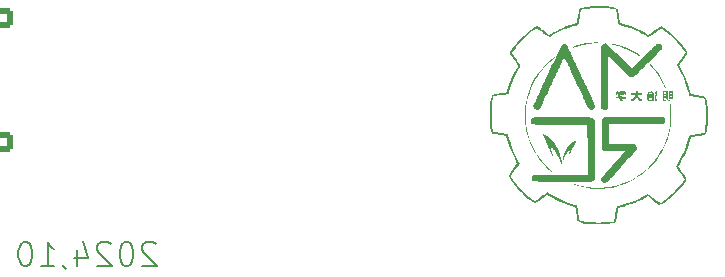
<source format=gbo>
%TF.GenerationSoftware,KiCad,Pcbnew,8.0.5*%
%TF.CreationDate,2024-10-03T12:10:16+09:00*%
%TF.ProjectId,air_test1,6169725f-7465-4737-9431-2e6b69636164,rev?*%
%TF.SameCoordinates,Original*%
%TF.FileFunction,Legend,Bot*%
%TF.FilePolarity,Positive*%
%FSLAX46Y46*%
G04 Gerber Fmt 4.6, Leading zero omitted, Abs format (unit mm)*
G04 Created by KiCad (PCBNEW 8.0.5) date 2024-10-03 12:10:16*
%MOMM*%
%LPD*%
G01*
G04 APERTURE LIST*
G04 Aperture macros list*
%AMRoundRect*
0 Rectangle with rounded corners*
0 $1 Rounding radius*
0 $2 $3 $4 $5 $6 $7 $8 $9 X,Y pos of 4 corners*
0 Add a 4 corners polygon primitive as box body*
4,1,4,$2,$3,$4,$5,$6,$7,$8,$9,$2,$3,0*
0 Add four circle primitives for the rounded corners*
1,1,$1+$1,$2,$3*
1,1,$1+$1,$4,$5*
1,1,$1+$1,$6,$7*
1,1,$1+$1,$8,$9*
0 Add four rect primitives between the rounded corners*
20,1,$1+$1,$2,$3,$4,$5,0*
20,1,$1+$1,$4,$5,$6,$7,0*
20,1,$1+$1,$6,$7,$8,$9,0*
20,1,$1+$1,$8,$9,$2,$3,0*%
G04 Aperture macros list end*
%ADD10C,0.200000*%
%ADD11C,0.000000*%
%ADD12R,1.600000X1.600000*%
%ADD13O,1.600000X1.600000*%
%ADD14RoundRect,0.250000X-0.750000X0.600000X-0.750000X-0.600000X0.750000X-0.600000X0.750000X0.600000X0*%
%ADD15O,2.000000X1.700000*%
%ADD16R,1.700000X1.700000*%
%ADD17O,1.700000X1.700000*%
%ADD18RoundRect,0.250000X0.750000X-0.600000X0.750000X0.600000X-0.750000X0.600000X-0.750000X-0.600000X0*%
%ADD19RoundRect,0.250000X0.725000X-0.600000X0.725000X0.600000X-0.725000X0.600000X-0.725000X-0.600000X0*%
%ADD20O,1.950000X1.700000*%
%ADD21C,1.600000*%
%ADD22R,1.800000X1.800000*%
%ADD23C,1.800000*%
%ADD24C,3.900000*%
%ADD25C,7.000000*%
G04 APERTURE END LIST*
D10*
X99987469Y-118935314D02*
X99892231Y-118840076D01*
X99892231Y-118840076D02*
X99701755Y-118744838D01*
X99701755Y-118744838D02*
X99225564Y-118744838D01*
X99225564Y-118744838D02*
X99035088Y-118840076D01*
X99035088Y-118840076D02*
X98939850Y-118935314D01*
X98939850Y-118935314D02*
X98844612Y-119125790D01*
X98844612Y-119125790D02*
X98844612Y-119316266D01*
X98844612Y-119316266D02*
X98939850Y-119601980D01*
X98939850Y-119601980D02*
X100082707Y-120744838D01*
X100082707Y-120744838D02*
X98844612Y-120744838D01*
X97606517Y-118744838D02*
X97416040Y-118744838D01*
X97416040Y-118744838D02*
X97225564Y-118840076D01*
X97225564Y-118840076D02*
X97130326Y-118935314D01*
X97130326Y-118935314D02*
X97035088Y-119125790D01*
X97035088Y-119125790D02*
X96939850Y-119506742D01*
X96939850Y-119506742D02*
X96939850Y-119982933D01*
X96939850Y-119982933D02*
X97035088Y-120363885D01*
X97035088Y-120363885D02*
X97130326Y-120554361D01*
X97130326Y-120554361D02*
X97225564Y-120649600D01*
X97225564Y-120649600D02*
X97416040Y-120744838D01*
X97416040Y-120744838D02*
X97606517Y-120744838D01*
X97606517Y-120744838D02*
X97796993Y-120649600D01*
X97796993Y-120649600D02*
X97892231Y-120554361D01*
X97892231Y-120554361D02*
X97987469Y-120363885D01*
X97987469Y-120363885D02*
X98082707Y-119982933D01*
X98082707Y-119982933D02*
X98082707Y-119506742D01*
X98082707Y-119506742D02*
X97987469Y-119125790D01*
X97987469Y-119125790D02*
X97892231Y-118935314D01*
X97892231Y-118935314D02*
X97796993Y-118840076D01*
X97796993Y-118840076D02*
X97606517Y-118744838D01*
X96177945Y-118935314D02*
X96082707Y-118840076D01*
X96082707Y-118840076D02*
X95892231Y-118744838D01*
X95892231Y-118744838D02*
X95416040Y-118744838D01*
X95416040Y-118744838D02*
X95225564Y-118840076D01*
X95225564Y-118840076D02*
X95130326Y-118935314D01*
X95130326Y-118935314D02*
X95035088Y-119125790D01*
X95035088Y-119125790D02*
X95035088Y-119316266D01*
X95035088Y-119316266D02*
X95130326Y-119601980D01*
X95130326Y-119601980D02*
X96273183Y-120744838D01*
X96273183Y-120744838D02*
X95035088Y-120744838D01*
X93320802Y-119411504D02*
X93320802Y-120744838D01*
X93796993Y-118649600D02*
X94273183Y-120078171D01*
X94273183Y-120078171D02*
X93035088Y-120078171D01*
X92177945Y-120649600D02*
X92177945Y-120744838D01*
X92177945Y-120744838D02*
X92273183Y-120935314D01*
X92273183Y-120935314D02*
X92368421Y-121030552D01*
X90273183Y-120744838D02*
X91416040Y-120744838D01*
X90844612Y-120744838D02*
X90844612Y-118744838D01*
X90844612Y-118744838D02*
X91035088Y-119030552D01*
X91035088Y-119030552D02*
X91225564Y-119221028D01*
X91225564Y-119221028D02*
X91416040Y-119316266D01*
X89035088Y-118744838D02*
X88844611Y-118744838D01*
X88844611Y-118744838D02*
X88654135Y-118840076D01*
X88654135Y-118840076D02*
X88558897Y-118935314D01*
X88558897Y-118935314D02*
X88463659Y-119125790D01*
X88463659Y-119125790D02*
X88368421Y-119506742D01*
X88368421Y-119506742D02*
X88368421Y-119982933D01*
X88368421Y-119982933D02*
X88463659Y-120363885D01*
X88463659Y-120363885D02*
X88558897Y-120554361D01*
X88558897Y-120554361D02*
X88654135Y-120649600D01*
X88654135Y-120649600D02*
X88844611Y-120744838D01*
X88844611Y-120744838D02*
X89035088Y-120744838D01*
X89035088Y-120744838D02*
X89225564Y-120649600D01*
X89225564Y-120649600D02*
X89320802Y-120554361D01*
X89320802Y-120554361D02*
X89416040Y-120363885D01*
X89416040Y-120363885D02*
X89511278Y-119982933D01*
X89511278Y-119982933D02*
X89511278Y-119506742D01*
X89511278Y-119506742D02*
X89416040Y-119125790D01*
X89416040Y-119125790D02*
X89320802Y-118935314D01*
X89320802Y-118935314D02*
X89225564Y-118840076D01*
X89225564Y-118840076D02*
X89035088Y-118744838D01*
D11*
%TO.C,G\u002A\u002A\u002A*%
G36*
X146738061Y-108295267D02*
G01*
X146734782Y-108432728D01*
X146730383Y-108558519D01*
X146724883Y-108668315D01*
X146718298Y-108757788D01*
X146711694Y-108829358D01*
X146700612Y-108944293D01*
X146690441Y-109039407D01*
X146680488Y-109118415D01*
X146670054Y-109185032D01*
X146658445Y-109242974D01*
X146644965Y-109295955D01*
X146628917Y-109347690D01*
X146609607Y-109401895D01*
X146586337Y-109462284D01*
X146513083Y-109648342D01*
X145954877Y-109735302D01*
X145878723Y-109747168D01*
X145763995Y-109765054D01*
X145657369Y-109781689D01*
X145561715Y-109796623D01*
X145479901Y-109809409D01*
X145414794Y-109819598D01*
X145369264Y-109826743D01*
X145346178Y-109830396D01*
X145318049Y-109836180D01*
X145300530Y-109846741D01*
X145289286Y-109868655D01*
X145278411Y-109908750D01*
X145232239Y-110086998D01*
X145106528Y-110502874D01*
X144956929Y-110915097D01*
X144784650Y-111320731D01*
X144590897Y-111716841D01*
X144376878Y-112100490D01*
X144373379Y-112106381D01*
X144334453Y-112172598D01*
X144300658Y-112231280D01*
X144274016Y-112278825D01*
X144256549Y-112311628D01*
X144250277Y-112326090D01*
X144255438Y-112336909D01*
X144273320Y-112365872D01*
X144301698Y-112408952D01*
X144338178Y-112462528D01*
X144380367Y-112522978D01*
X144435412Y-112600997D01*
X144506283Y-112701565D01*
X144576722Y-112801639D01*
X144645139Y-112898950D01*
X144709939Y-112991225D01*
X144769531Y-113076193D01*
X144822320Y-113151583D01*
X144866716Y-113215124D01*
X144901125Y-113264544D01*
X144923953Y-113297572D01*
X144933610Y-113311936D01*
X144934124Y-113317127D01*
X144928567Y-113343358D01*
X144915167Y-113386486D01*
X144895402Y-113441963D01*
X144870752Y-113505240D01*
X144855768Y-113541869D01*
X144827021Y-113608467D01*
X144800847Y-113661379D01*
X144773132Y-113707805D01*
X144739763Y-113754944D01*
X144696627Y-113809996D01*
X144638519Y-113881397D01*
X144366197Y-114196156D01*
X144073726Y-114504090D01*
X143765532Y-114800893D01*
X143446042Y-115082260D01*
X143119680Y-115343887D01*
X143060342Y-115388524D01*
X143012747Y-115421853D01*
X142970614Y-115446974D01*
X142926600Y-115467796D01*
X142873363Y-115488226D01*
X142803561Y-115512175D01*
X142633245Y-115569300D01*
X142394635Y-115394616D01*
X142386125Y-115388386D01*
X142298214Y-115324068D01*
X142198187Y-115250939D01*
X142093788Y-115174658D01*
X141992762Y-115100884D01*
X141902855Y-115035277D01*
X141649684Y-114850622D01*
X141516998Y-114928178D01*
X141423615Y-114981681D01*
X141143676Y-115130649D01*
X140848300Y-115272265D01*
X140542753Y-115404445D01*
X140232304Y-115525099D01*
X139922218Y-115632142D01*
X139617764Y-115723487D01*
X139324209Y-115797045D01*
X139271787Y-115809300D01*
X139210852Y-115825952D01*
X139173809Y-115840029D01*
X139159719Y-115851841D01*
X139157045Y-115865536D01*
X139150447Y-115902416D01*
X139140454Y-115959631D01*
X139127509Y-116034596D01*
X139112058Y-116124727D01*
X139094545Y-116227439D01*
X139075413Y-116340145D01*
X139055108Y-116460262D01*
X139036292Y-116571637D01*
X139017298Y-116683725D01*
X138999988Y-116785514D01*
X138984791Y-116874512D01*
X138972133Y-116948224D01*
X138962441Y-117004155D01*
X138956142Y-117039812D01*
X138953664Y-117052699D01*
X138949282Y-117054013D01*
X138923600Y-117060024D01*
X138877541Y-117070220D01*
X138814090Y-117083955D01*
X138736232Y-117100586D01*
X138646952Y-117119469D01*
X138549234Y-117139960D01*
X138546452Y-117140540D01*
X138410276Y-117168423D01*
X138295435Y-117190681D01*
X138198474Y-117207892D01*
X138115939Y-117220632D01*
X138044376Y-117229479D01*
X137980333Y-117235011D01*
X137922089Y-117237982D01*
X137827190Y-117240673D01*
X137714792Y-117242103D01*
X137589461Y-117242341D01*
X137455763Y-117241455D01*
X137318267Y-117239514D01*
X137181537Y-117236584D01*
X137050142Y-117232736D01*
X136928647Y-117228037D01*
X136821619Y-117222556D01*
X136733626Y-117216361D01*
X136695561Y-117212998D01*
X136590701Y-117202767D01*
X136477447Y-117190617D01*
X136367115Y-117177792D01*
X136271021Y-117165535D01*
X136043220Y-117134632D01*
X135876472Y-117051074D01*
X135709724Y-116967516D01*
X135696976Y-116893214D01*
X135695682Y-116885491D01*
X135689677Y-116848263D01*
X135680466Y-116790013D01*
X135668538Y-116713892D01*
X135654385Y-116623054D01*
X135638499Y-116520649D01*
X135621372Y-116409829D01*
X135603495Y-116293747D01*
X135595083Y-116239081D01*
X135578230Y-116129924D01*
X135562754Y-116030161D01*
X135549073Y-115942446D01*
X135537602Y-115869434D01*
X135528758Y-115813781D01*
X135522956Y-115778140D01*
X135520614Y-115765167D01*
X135520151Y-115764856D01*
X135504169Y-115759296D01*
X135468965Y-115748475D01*
X135419226Y-115733804D01*
X135359636Y-115716695D01*
X135221107Y-115676056D01*
X134879161Y-115564419D01*
X134541386Y-115438361D01*
X134211958Y-115299699D01*
X133895056Y-115150254D01*
X133594856Y-114991846D01*
X133315538Y-114826294D01*
X133283423Y-114805976D01*
X133229022Y-114771686D01*
X133190007Y-114748995D01*
X133161773Y-114737040D01*
X133139711Y-114734961D01*
X133119214Y-114741897D01*
X133095676Y-114756987D01*
X133064489Y-114779369D01*
X133060145Y-114782429D01*
X133022070Y-114809259D01*
X132968447Y-114847057D01*
X132903919Y-114892549D01*
X132833128Y-114942463D01*
X132760716Y-114993526D01*
X132692655Y-115041510D01*
X132600451Y-115106485D01*
X132505452Y-115173402D01*
X132415567Y-115236691D01*
X132338705Y-115290779D01*
X132294867Y-115321251D01*
X132227758Y-115366107D01*
X132175219Y-115398697D01*
X132139139Y-115417875D01*
X132121409Y-115422495D01*
X132116574Y-115420204D01*
X132091368Y-115406667D01*
X132049051Y-115383079D01*
X131993091Y-115351398D01*
X131926956Y-115313581D01*
X131854113Y-115271587D01*
X131836165Y-115261154D01*
X131753463Y-115211593D01*
X131676529Y-115162450D01*
X131602795Y-115111584D01*
X131529688Y-115056857D01*
X131454641Y-114996129D01*
X131375081Y-114927260D01*
X131288440Y-114848112D01*
X131192147Y-114756545D01*
X131083633Y-114650419D01*
X130960326Y-114527596D01*
X130902290Y-114469086D01*
X130743287Y-114304698D01*
X130598532Y-114148113D01*
X130463205Y-113993889D01*
X130332488Y-113836584D01*
X130201560Y-113670757D01*
X130175648Y-113637042D01*
X130128287Y-113573900D01*
X130091349Y-113520980D01*
X130060886Y-113471627D01*
X130032955Y-113419191D01*
X130003608Y-113357017D01*
X129968901Y-113278453D01*
X129943653Y-113219053D01*
X129918890Y-113157564D01*
X129900169Y-113107326D01*
X129888984Y-113072375D01*
X129886829Y-113056747D01*
X129894929Y-113045313D01*
X129916855Y-113015067D01*
X129950997Y-112968239D01*
X129995822Y-112906921D01*
X130049802Y-112833205D01*
X130111403Y-112749183D01*
X130179097Y-112656946D01*
X130251352Y-112558588D01*
X130607445Y-112074069D01*
X130536078Y-111948760D01*
X130472792Y-111835209D01*
X130292502Y-111482937D01*
X130127091Y-111115443D01*
X129978817Y-110738330D01*
X129849934Y-110357201D01*
X129742697Y-109977660D01*
X129683163Y-109743113D01*
X129617628Y-109730069D01*
X129601834Y-109727061D01*
X129557722Y-109719075D01*
X129495478Y-109708094D01*
X129419573Y-109694900D01*
X129334483Y-109680272D01*
X129244680Y-109664990D01*
X129223150Y-109661345D01*
X129059366Y-109633521D01*
X128914113Y-109608678D01*
X128788354Y-109586983D01*
X128683053Y-109568608D01*
X128599174Y-109553721D01*
X128537680Y-109542491D01*
X128499536Y-109535087D01*
X128485705Y-109531680D01*
X128484970Y-109530469D01*
X128476294Y-109512581D01*
X128459734Y-109476861D01*
X128437301Y-109427676D01*
X128411006Y-109369394D01*
X128391743Y-109326212D01*
X128369890Y-109274801D01*
X128354070Y-109231538D01*
X128342528Y-109189700D01*
X128333510Y-109142563D01*
X128325259Y-109083403D01*
X128316022Y-109005497D01*
X128304849Y-108903382D01*
X128288968Y-108730807D01*
X128277166Y-108557918D01*
X128269121Y-108378427D01*
X128264509Y-108186046D01*
X128263171Y-107997742D01*
X128433427Y-107997742D01*
X128434021Y-108198921D01*
X128438383Y-108385750D01*
X128446745Y-108564440D01*
X128459339Y-108741200D01*
X128476398Y-108922239D01*
X128486169Y-109011826D01*
X128496857Y-109102287D01*
X128507429Y-109184952D01*
X128517390Y-109256281D01*
X128526246Y-109312738D01*
X128533500Y-109350784D01*
X128538658Y-109366881D01*
X128541452Y-109367896D01*
X128564899Y-109373136D01*
X128609797Y-109381928D01*
X128673452Y-109393781D01*
X128753169Y-109408206D01*
X128846253Y-109424713D01*
X128950009Y-109442811D01*
X129061741Y-109462010D01*
X129207389Y-109487210D01*
X129358084Y-109514184D01*
X129489604Y-109538772D01*
X129600921Y-109560762D01*
X129691004Y-109579944D01*
X129758822Y-109596104D01*
X129803345Y-109609033D01*
X129823543Y-109618517D01*
X129824977Y-109621367D01*
X129832187Y-109644115D01*
X129843481Y-109685383D01*
X129857623Y-109740539D01*
X129873374Y-109804953D01*
X129918104Y-109982609D01*
X130035763Y-110384569D01*
X130174312Y-110780488D01*
X130332015Y-111165628D01*
X130507136Y-111535250D01*
X130517771Y-111556020D01*
X130555403Y-111627950D01*
X130597968Y-111707455D01*
X130642674Y-111789484D01*
X130686731Y-111868986D01*
X130727346Y-111940910D01*
X130761730Y-112000206D01*
X130787089Y-112041822D01*
X130793744Y-112054983D01*
X130794372Y-112073020D01*
X130784150Y-112098359D01*
X130761224Y-112137889D01*
X130741979Y-112167255D01*
X130707933Y-112216447D01*
X130660580Y-112283284D01*
X130600970Y-112366316D01*
X130530156Y-112464091D01*
X130449186Y-112575161D01*
X130359113Y-112698074D01*
X130260986Y-112831379D01*
X130155856Y-112973627D01*
X130139107Y-112996337D01*
X130100842Y-113048943D01*
X130069224Y-113093416D01*
X130047159Y-113125634D01*
X130037552Y-113141475D01*
X130038724Y-113147966D01*
X130052201Y-113173707D01*
X130078627Y-113215385D01*
X130116090Y-113270365D01*
X130162680Y-113336011D01*
X130216485Y-113409686D01*
X130275595Y-113488756D01*
X130338099Y-113570584D01*
X130402086Y-113652535D01*
X130465646Y-113731972D01*
X130586948Y-113878208D01*
X130899726Y-114227941D01*
X131232511Y-114563327D01*
X131583270Y-114882380D01*
X131949974Y-115183113D01*
X132067877Y-115274823D01*
X132487947Y-114978188D01*
X132493376Y-114974355D01*
X132635602Y-114874199D01*
X132758221Y-114788434D01*
X132862275Y-114716363D01*
X132948807Y-114657290D01*
X133018859Y-114610518D01*
X133073473Y-114575353D01*
X133113692Y-114551096D01*
X133140558Y-114537053D01*
X133155113Y-114532527D01*
X133164155Y-114534708D01*
X133191681Y-114547938D01*
X133225932Y-114569181D01*
X133227698Y-114570385D01*
X133260774Y-114592012D01*
X133309124Y-114622598D01*
X133366531Y-114658245D01*
X133426777Y-114695057D01*
X133557969Y-114772993D01*
X133888989Y-114955669D01*
X134223807Y-115119922D01*
X134569169Y-115268937D01*
X134931820Y-115405900D01*
X134949886Y-115412201D01*
X135014683Y-115433883D01*
X135090506Y-115458192D01*
X135173418Y-115483971D01*
X135259482Y-115510064D01*
X135344761Y-115535315D01*
X135425317Y-115558568D01*
X135497213Y-115578667D01*
X135556513Y-115594455D01*
X135599279Y-115604775D01*
X135621575Y-115608472D01*
X135628166Y-115608832D01*
X135637248Y-115611618D01*
X135645648Y-115618789D01*
X135653782Y-115632250D01*
X135662065Y-115653903D01*
X135670913Y-115685651D01*
X135680740Y-115729398D01*
X135691964Y-115787047D01*
X135704998Y-115860501D01*
X135720259Y-115951664D01*
X135738162Y-116062437D01*
X135759123Y-116194726D01*
X135783557Y-116350432D01*
X135798051Y-116442301D01*
X135816014Y-116554160D01*
X135832752Y-116656193D01*
X135847820Y-116745816D01*
X135860778Y-116820447D01*
X135871183Y-116877504D01*
X135878593Y-116914404D01*
X135882564Y-116928565D01*
X135892213Y-116932386D01*
X135925023Y-116939927D01*
X135977091Y-116949547D01*
X136044810Y-116960717D01*
X136124571Y-116972908D01*
X136212767Y-116985589D01*
X136305792Y-116998232D01*
X136400038Y-117010306D01*
X136491896Y-117021282D01*
X136577761Y-117030630D01*
X136640870Y-117036710D01*
X136747097Y-117045824D01*
X136861784Y-117054618D01*
X136974792Y-117062327D01*
X137075983Y-117068187D01*
X137104426Y-117069588D01*
X137472262Y-117079043D01*
X137842875Y-117072212D01*
X138221749Y-117048884D01*
X138614372Y-117008845D01*
X138632490Y-117006646D01*
X138693604Y-116999046D01*
X138743495Y-116992564D01*
X138777425Y-116987829D01*
X138790653Y-116985469D01*
X138791414Y-116982721D01*
X138796019Y-116959519D01*
X138804257Y-116914908D01*
X138815654Y-116851539D01*
X138829741Y-116772065D01*
X138846045Y-116679138D01*
X138864096Y-116575410D01*
X138883421Y-116463534D01*
X138889805Y-116426449D01*
X138916185Y-116273560D01*
X138938810Y-116143598D01*
X138958136Y-116034659D01*
X138974615Y-115944840D01*
X138988705Y-115872237D01*
X139000859Y-115814945D01*
X139011532Y-115771061D01*
X139021180Y-115738680D01*
X139030256Y-115715898D01*
X139039216Y-115700812D01*
X139048514Y-115691517D01*
X139058606Y-115686109D01*
X139069946Y-115682685D01*
X139080760Y-115680011D01*
X139117222Y-115671205D01*
X139170462Y-115658486D01*
X139235174Y-115643118D01*
X139306051Y-115626368D01*
X139480352Y-115583103D01*
X139905065Y-115459205D01*
X140323545Y-115310709D01*
X140734828Y-115138008D01*
X141137948Y-114941494D01*
X141531940Y-114721558D01*
X141637961Y-114658477D01*
X141758944Y-114733197D01*
X141763648Y-114736134D01*
X141804317Y-114762831D01*
X141862012Y-114802229D01*
X141933649Y-114852152D01*
X142016143Y-114910425D01*
X142106411Y-114974869D01*
X142201367Y-115043308D01*
X142297928Y-115113565D01*
X142350492Y-115151967D01*
X142446851Y-115222080D01*
X142525520Y-115278768D01*
X142588433Y-115323303D01*
X142637525Y-115356960D01*
X142674731Y-115381009D01*
X142701986Y-115396725D01*
X142721224Y-115405380D01*
X142734381Y-115408246D01*
X142743390Y-115406596D01*
X142747437Y-115404542D01*
X142775755Y-115386706D01*
X142819979Y-115355824D01*
X142876866Y-115314360D01*
X142943171Y-115264782D01*
X143015650Y-115209557D01*
X143091059Y-115151152D01*
X143166153Y-115092033D01*
X143237688Y-115034667D01*
X143302420Y-114981522D01*
X143380252Y-114915981D01*
X143675978Y-114653529D01*
X143957810Y-114380745D01*
X144230832Y-114092548D01*
X144500129Y-113783853D01*
X144521210Y-113758380D01*
X144560513Y-113709618D01*
X144603826Y-113654702D01*
X144648298Y-113597375D01*
X144691078Y-113541381D01*
X144729314Y-113490463D01*
X144760155Y-113448363D01*
X144780751Y-113418826D01*
X144788250Y-113405593D01*
X144785243Y-113399630D01*
X144769651Y-113375112D01*
X144742574Y-113334670D01*
X144706059Y-113281313D01*
X144662151Y-113218046D01*
X144612896Y-113147878D01*
X144532189Y-113033441D01*
X144439995Y-112902477D01*
X144360895Y-112789779D01*
X144293878Y-112693887D01*
X144237935Y-112613340D01*
X144192059Y-112546678D01*
X144155240Y-112492441D01*
X144126469Y-112449168D01*
X144104736Y-112415399D01*
X144089034Y-112389674D01*
X144045473Y-112315455D01*
X144120370Y-112197541D01*
X144302786Y-111895129D01*
X144506200Y-111514907D01*
X144688974Y-111121369D01*
X144851520Y-110713547D01*
X144994250Y-110290471D01*
X145117577Y-109851172D01*
X145153303Y-109710563D01*
X145274987Y-109681338D01*
X145283511Y-109679374D01*
X145329528Y-109669967D01*
X145396385Y-109657478D01*
X145480563Y-109642514D01*
X145578544Y-109625683D01*
X145686808Y-109607592D01*
X145801837Y-109588847D01*
X145920111Y-109570056D01*
X145972202Y-109561845D01*
X146081787Y-109544266D01*
X146182275Y-109527737D01*
X146270962Y-109512729D01*
X146345144Y-109499712D01*
X146402115Y-109489156D01*
X146439172Y-109481531D01*
X146453610Y-109477307D01*
X146453720Y-109477181D01*
X146458862Y-109460432D01*
X146466318Y-109422079D01*
X146475553Y-109365864D01*
X146486027Y-109295530D01*
X146497206Y-109214820D01*
X146508550Y-109127476D01*
X146519523Y-109037240D01*
X146529589Y-108947857D01*
X146547603Y-108755173D01*
X146565995Y-108458257D01*
X146574735Y-108151405D01*
X146573951Y-107840275D01*
X146563771Y-107530529D01*
X146544321Y-107227829D01*
X146515731Y-106937834D01*
X146478126Y-106666205D01*
X146475485Y-106650061D01*
X146467862Y-106611223D01*
X146459112Y-106589759D01*
X146445598Y-106579540D01*
X146423685Y-106574439D01*
X146258881Y-106546643D01*
X146068689Y-106514200D01*
X145893361Y-106483878D01*
X145734055Y-106455889D01*
X145591932Y-106430446D01*
X145468151Y-106407763D01*
X145363870Y-106388052D01*
X145280250Y-106371527D01*
X145218450Y-106358400D01*
X145179628Y-106348885D01*
X145164945Y-106343193D01*
X145162084Y-106332416D01*
X145154017Y-106300460D01*
X145141745Y-106251275D01*
X145126257Y-106188831D01*
X145108545Y-106117096D01*
X145057237Y-105920261D01*
X144928453Y-105499192D01*
X144775701Y-105084755D01*
X144599947Y-104679262D01*
X144402158Y-104285026D01*
X144183302Y-103904359D01*
X144094831Y-103760257D01*
X144153980Y-103660991D01*
X144159744Y-103651646D01*
X144185347Y-103612864D01*
X144223530Y-103557356D01*
X144272296Y-103487933D01*
X144329646Y-103407406D01*
X144393585Y-103318584D01*
X144462116Y-103224277D01*
X144533240Y-103127297D01*
X144569544Y-103077891D01*
X144635195Y-102987815D01*
X144694899Y-102904957D01*
X144747095Y-102831536D01*
X144790225Y-102769775D01*
X144822729Y-102721895D01*
X144843047Y-102690116D01*
X144849621Y-102676661D01*
X144848664Y-102674241D01*
X144835701Y-102653556D01*
X144809823Y-102616997D01*
X144773516Y-102567786D01*
X144729263Y-102509149D01*
X144679550Y-102444310D01*
X144626861Y-102376494D01*
X144573681Y-102308924D01*
X144522494Y-102244825D01*
X144475785Y-102187422D01*
X144436039Y-102139940D01*
X144404765Y-102103542D01*
X144124272Y-101792302D01*
X143832999Y-101495342D01*
X143533952Y-101215487D01*
X143230136Y-100955566D01*
X142924559Y-100718406D01*
X142896786Y-100697959D01*
X142855073Y-100667230D01*
X142823445Y-100643907D01*
X142807177Y-100631879D01*
X142805986Y-100631200D01*
X142800109Y-100630921D01*
X142789958Y-100634344D01*
X142774031Y-100642490D01*
X142750823Y-100656382D01*
X142718832Y-100677039D01*
X142676554Y-100705484D01*
X142622485Y-100742739D01*
X142555121Y-100789823D01*
X142472960Y-100847760D01*
X142374498Y-100917569D01*
X142258230Y-101000273D01*
X142122654Y-101096894D01*
X142097355Y-101114842D01*
X142024261Y-101165894D01*
X141949414Y-101217180D01*
X141880306Y-101263599D01*
X141824424Y-101300049D01*
X141700464Y-101378936D01*
X141563192Y-101296895D01*
X141468817Y-101240746D01*
X141387822Y-101193326D01*
X141316347Y-101152639D01*
X141248182Y-101115283D01*
X141177121Y-101077859D01*
X141096956Y-101036965D01*
X141001478Y-100989200D01*
X140957200Y-100967338D01*
X140578312Y-100793303D01*
X140196105Y-100640706D01*
X139813681Y-100510704D01*
X139434140Y-100404452D01*
X139431747Y-100403856D01*
X139366650Y-100387580D01*
X139306734Y-100372518D01*
X139258562Y-100360323D01*
X139228691Y-100352649D01*
X139183353Y-100340757D01*
X139146692Y-100190441D01*
X139146245Y-100188594D01*
X139135702Y-100140203D01*
X139122081Y-100070573D01*
X139106067Y-99983600D01*
X139088351Y-99883177D01*
X139069618Y-99773199D01*
X139050557Y-99657562D01*
X139031856Y-99540159D01*
X138953681Y-99040192D01*
X138864082Y-99025387D01*
X138845838Y-99022404D01*
X138587046Y-98986027D01*
X138311373Y-98957435D01*
X138025952Y-98937036D01*
X137737919Y-98925239D01*
X137454405Y-98922453D01*
X137182546Y-98929085D01*
X137110586Y-98932403D01*
X136820829Y-98949830D01*
X136552417Y-98972793D01*
X136306598Y-99001173D01*
X136084619Y-99034849D01*
X136007766Y-99048151D01*
X135926304Y-99524461D01*
X135904076Y-99652117D01*
X135878332Y-99794188D01*
X135853609Y-99924554D01*
X135830320Y-100041272D01*
X135808880Y-100142396D01*
X135789703Y-100225983D01*
X135773205Y-100290088D01*
X135759799Y-100332766D01*
X135749899Y-100352072D01*
X135738492Y-100356845D01*
X135705476Y-100367206D01*
X135655391Y-100381486D01*
X135592490Y-100398477D01*
X135521029Y-100416974D01*
X135320919Y-100471118D01*
X134960039Y-100585219D01*
X134597500Y-100720280D01*
X134237998Y-100874363D01*
X133886231Y-101045528D01*
X133546894Y-101231837D01*
X133546855Y-101231860D01*
X133481302Y-101269790D01*
X133423334Y-101302810D01*
X133376574Y-101328898D01*
X133344645Y-101346033D01*
X133331169Y-101352194D01*
X133327567Y-101351596D01*
X133302548Y-101340577D01*
X133260531Y-101317153D01*
X133204505Y-101283266D01*
X133137457Y-101240860D01*
X133062377Y-101191874D01*
X132982253Y-101138253D01*
X132900074Y-101081937D01*
X132818827Y-101024869D01*
X132741503Y-100968992D01*
X132634741Y-100890607D01*
X132536720Y-100818783D01*
X132456067Y-100759896D01*
X132391100Y-100712748D01*
X132340139Y-100676140D01*
X132301499Y-100648875D01*
X132273501Y-100629755D01*
X132254461Y-100617581D01*
X132242698Y-100611155D01*
X132236530Y-100609279D01*
X132223768Y-100616102D01*
X132193810Y-100636103D01*
X132150241Y-100666859D01*
X132096507Y-100705936D01*
X132036053Y-100750899D01*
X131843430Y-100899918D01*
X131535034Y-101156581D01*
X131238275Y-101426057D01*
X130957812Y-101704042D01*
X130698307Y-101986233D01*
X130620103Y-102076533D01*
X130535451Y-102176345D01*
X130455345Y-102272892D01*
X130381334Y-102364182D01*
X130314965Y-102448218D01*
X130257789Y-102523006D01*
X130211353Y-102586553D01*
X130177208Y-102636862D01*
X130156900Y-102671940D01*
X130151981Y-102689792D01*
X130157041Y-102698429D01*
X130175570Y-102726539D01*
X130205876Y-102771092D01*
X130246182Y-102829516D01*
X130294712Y-102899239D01*
X130349689Y-102977690D01*
X130409335Y-103062297D01*
X130474148Y-103154815D01*
X130545513Y-103258564D01*
X130614177Y-103360244D01*
X130678402Y-103457172D01*
X130736447Y-103546662D01*
X130786575Y-103626032D01*
X130827047Y-103692596D01*
X130856123Y-103743671D01*
X130872065Y-103776572D01*
X130871755Y-103783749D01*
X130861196Y-103812362D01*
X130838708Y-103858491D01*
X130805598Y-103919536D01*
X130763177Y-103992894D01*
X130681845Y-104133627D01*
X130488352Y-104500085D01*
X130311762Y-104881558D01*
X130153921Y-105273591D01*
X130016674Y-105671732D01*
X129901866Y-106071530D01*
X129872314Y-106186075D01*
X129801866Y-106204396D01*
X129782843Y-106208553D01*
X129738067Y-106216996D01*
X129673153Y-106228465D01*
X129591019Y-106242471D01*
X129494581Y-106258524D01*
X129386757Y-106276135D01*
X129270462Y-106294813D01*
X129148613Y-106314069D01*
X128565809Y-106405421D01*
X128543832Y-106539851D01*
X128528895Y-106633890D01*
X128501575Y-106825277D01*
X128479640Y-107011483D01*
X128462574Y-107198638D01*
X128449860Y-107392870D01*
X128440983Y-107600308D01*
X128435426Y-107827080D01*
X128433427Y-107997742D01*
X128263171Y-107997742D01*
X128263006Y-107974487D01*
X128263479Y-107864893D01*
X128269567Y-107583075D01*
X128282556Y-107318166D01*
X128302295Y-107072796D01*
X128328628Y-106849592D01*
X128333479Y-106824806D01*
X128343843Y-106780226D01*
X128358443Y-106721083D01*
X128376116Y-106651757D01*
X128395699Y-106576625D01*
X128416027Y-106500066D01*
X128435938Y-106426461D01*
X128454269Y-106360187D01*
X128469855Y-106305625D01*
X128481535Y-106267151D01*
X128488143Y-106249147D01*
X128488390Y-106249051D01*
X128504016Y-106246175D01*
X128542215Y-106239803D01*
X128600556Y-106230324D01*
X128676612Y-106218126D01*
X128767954Y-106203597D01*
X128872152Y-106187124D01*
X128986778Y-106169096D01*
X129109403Y-106149901D01*
X129125339Y-106147411D01*
X129247138Y-106128320D01*
X129360667Y-106110416D01*
X129463493Y-106094093D01*
X129553179Y-106079741D01*
X129627291Y-106067751D01*
X129683393Y-106058516D01*
X129719051Y-106052425D01*
X129731829Y-106049872D01*
X129734249Y-106042679D01*
X129742088Y-106015121D01*
X129753812Y-105971967D01*
X129767951Y-105918558D01*
X129839118Y-105668491D01*
X129939968Y-105363247D01*
X130056497Y-105053391D01*
X130186182Y-104744870D01*
X130326504Y-104443634D01*
X130474943Y-104155629D01*
X130628976Y-103886804D01*
X130649757Y-103851171D01*
X130673246Y-103806316D01*
X130687379Y-103773013D01*
X130689847Y-103756220D01*
X130689522Y-103755704D01*
X130678866Y-103740145D01*
X130655075Y-103705978D01*
X130619607Y-103655282D01*
X130573920Y-103590135D01*
X130519473Y-103512615D01*
X130457724Y-103424800D01*
X130390131Y-103328767D01*
X130318153Y-103226595D01*
X130308702Y-103213182D01*
X130237514Y-103111842D01*
X130171219Y-103016954D01*
X130111233Y-102930581D01*
X130058975Y-102854787D01*
X130015863Y-102791637D01*
X129983313Y-102743193D01*
X129962744Y-102711521D01*
X129955572Y-102698684D01*
X129961120Y-102681506D01*
X129979558Y-102645992D01*
X130008458Y-102597356D01*
X130045272Y-102539584D01*
X130087452Y-102476658D01*
X130132451Y-102412564D01*
X130177719Y-102351286D01*
X130349100Y-102134495D01*
X130594005Y-101848739D01*
X130856405Y-101567192D01*
X131131840Y-101294407D01*
X131415853Y-101034933D01*
X131703984Y-100793322D01*
X131723385Y-100777809D01*
X131822951Y-100699113D01*
X131906469Y-100635034D01*
X131976707Y-100583677D01*
X132036433Y-100543151D01*
X132088414Y-100511562D01*
X132135419Y-100487018D01*
X132180215Y-100467625D01*
X132284989Y-100426651D01*
X132570886Y-100635568D01*
X132619229Y-100670882D01*
X132715586Y-100741212D01*
X132816534Y-100814830D01*
X132915757Y-100887132D01*
X133006939Y-100953515D01*
X133083762Y-101009375D01*
X133310741Y-101174263D01*
X133449304Y-101092014D01*
X133670715Y-100966764D01*
X133930021Y-100833202D01*
X134201975Y-100705422D01*
X134481475Y-100585506D01*
X134763421Y-100475533D01*
X135042710Y-100377583D01*
X135314239Y-100293738D01*
X135572908Y-100226078D01*
X135637596Y-100210876D01*
X135687033Y-99920138D01*
X135694888Y-99873966D01*
X135724078Y-99702833D01*
X135749466Y-99554932D01*
X135771361Y-99428629D01*
X135790071Y-99322289D01*
X135805907Y-99234277D01*
X135819177Y-99162958D01*
X135830191Y-99106696D01*
X135839258Y-99063857D01*
X135846688Y-99032806D01*
X135852790Y-99011907D01*
X135857873Y-98999526D01*
X135862247Y-98994028D01*
X135863092Y-98993501D01*
X135897371Y-98975929D01*
X135950018Y-98953220D01*
X136015087Y-98927521D01*
X136086632Y-98900977D01*
X136158706Y-98875736D01*
X136225363Y-98853944D01*
X136280656Y-98837746D01*
X136318639Y-98829291D01*
X136585815Y-98797223D01*
X136895761Y-98772372D01*
X137218633Y-98758293D01*
X137549018Y-98755032D01*
X137881502Y-98762635D01*
X138210672Y-98781148D01*
X138531114Y-98810615D01*
X138560221Y-98813908D01*
X138623202Y-98821887D01*
X138675256Y-98830666D01*
X138723301Y-98842045D01*
X138774259Y-98857821D01*
X138835049Y-98879793D01*
X138912591Y-98909760D01*
X138925752Y-98914929D01*
X139001225Y-98945371D01*
X139055649Y-98969152D01*
X139091809Y-98987678D01*
X139112490Y-99002350D01*
X139120474Y-99014574D01*
X139121833Y-99021956D01*
X139127002Y-99053137D01*
X139135372Y-99105298D01*
X139146511Y-99175690D01*
X139159987Y-99261562D01*
X139175368Y-99360166D01*
X139192220Y-99468752D01*
X139210113Y-99584569D01*
X139220368Y-99651028D01*
X139237799Y-99763654D01*
X139253980Y-99867779D01*
X139268471Y-99960600D01*
X139280832Y-100039314D01*
X139290625Y-100101117D01*
X139297410Y-100143205D01*
X139300747Y-100162776D01*
X139303745Y-100174052D01*
X139312790Y-100187843D01*
X139331588Y-100199037D01*
X139365239Y-100210290D01*
X139418840Y-100224255D01*
X139591726Y-100269428D01*
X139986185Y-100388899D01*
X140379976Y-100530403D01*
X140768280Y-100691996D01*
X141146276Y-100871734D01*
X141509143Y-101067670D01*
X141707645Y-101181816D01*
X141810151Y-101110119D01*
X141812019Y-101108812D01*
X141847311Y-101083992D01*
X141900212Y-101046639D01*
X141967684Y-100998905D01*
X142046691Y-100942941D01*
X142134194Y-100880899D01*
X142227157Y-100814930D01*
X142322541Y-100747186D01*
X142346101Y-100730468D01*
X142435792Y-100667243D01*
X142518845Y-100609340D01*
X142592899Y-100558361D01*
X142655592Y-100515911D01*
X142704561Y-100483592D01*
X142737445Y-100463008D01*
X142751881Y-100455762D01*
X142784818Y-100462161D01*
X142833986Y-100480724D01*
X142893389Y-100508724D01*
X142957636Y-100543422D01*
X143021337Y-100582080D01*
X143079104Y-100621963D01*
X143336713Y-100823426D01*
X143604726Y-101051382D01*
X143869630Y-101294718D01*
X144126447Y-101548683D01*
X144370198Y-101808524D01*
X144595903Y-102069491D01*
X144615271Y-102092919D01*
X144686186Y-102179172D01*
X144743287Y-102249987D01*
X144788764Y-102308696D01*
X144824804Y-102358632D01*
X144853598Y-102403125D01*
X144877336Y-102445508D01*
X144898205Y-102489112D01*
X144918396Y-102537270D01*
X144940097Y-102593313D01*
X144948977Y-102617052D01*
X144970161Y-102676909D01*
X144986172Y-102726973D01*
X144995580Y-102762575D01*
X144996956Y-102779041D01*
X144987942Y-102791962D01*
X144965438Y-102823191D01*
X144931224Y-102870277D01*
X144887056Y-102930816D01*
X144834685Y-103002405D01*
X144775866Y-103082640D01*
X144712352Y-103169119D01*
X144658712Y-103242109D01*
X144592780Y-103331884D01*
X144530331Y-103416977D01*
X144473705Y-103494196D01*
X144425240Y-103560353D01*
X144387278Y-103612255D01*
X144362156Y-103646712D01*
X144288307Y-103748378D01*
X144393100Y-103924038D01*
X144464119Y-104045834D01*
X144659024Y-104411257D01*
X144836910Y-104793151D01*
X144996533Y-105188511D01*
X145136648Y-105594331D01*
X145256010Y-106007606D01*
X145309337Y-106211935D01*
X145912746Y-106315441D01*
X145915713Y-106315949D01*
X146036519Y-106336780D01*
X146149385Y-106356442D01*
X146251837Y-106374489D01*
X146341400Y-106390476D01*
X146415602Y-106403959D01*
X146471969Y-106414493D01*
X146508026Y-106421631D01*
X146521300Y-106424930D01*
X146524030Y-106430504D01*
X146534812Y-106456445D01*
X146551973Y-106499594D01*
X146573849Y-106555749D01*
X146598778Y-106620709D01*
X146619279Y-106675318D01*
X146637189Y-106726131D01*
X146652043Y-106773823D01*
X146664483Y-106821974D01*
X146675150Y-106874168D01*
X146684688Y-106933985D01*
X146693738Y-107005008D01*
X146702944Y-107090819D01*
X146712947Y-107194999D01*
X146724389Y-107321130D01*
X146728101Y-107369827D01*
X146733178Y-107467801D01*
X146737007Y-107584397D01*
X146739605Y-107715289D01*
X146740991Y-107856150D01*
X146741183Y-108002651D01*
X146740200Y-108150466D01*
X146740186Y-108151405D01*
X146738061Y-108295267D01*
G37*
G36*
X143535730Y-106990490D02*
G01*
X143535822Y-106990499D01*
X143550674Y-106992217D01*
X143562489Y-106996075D01*
X143572036Y-107004985D01*
X143580082Y-107021857D01*
X143587397Y-107049602D01*
X143594749Y-107091131D01*
X143602906Y-107149356D01*
X143612638Y-107227186D01*
X143624712Y-107327534D01*
X143628759Y-107363789D01*
X143639129Y-107485647D01*
X143647053Y-107624931D01*
X143652505Y-107776276D01*
X143655454Y-107934320D01*
X143655873Y-108093701D01*
X143653733Y-108249054D01*
X143649006Y-108395019D01*
X143641662Y-108526231D01*
X143631675Y-108637328D01*
X143608122Y-108822478D01*
X143539458Y-109224347D01*
X143447946Y-109614902D01*
X143333377Y-109994730D01*
X143195540Y-110364420D01*
X143034227Y-110724560D01*
X142849228Y-111075738D01*
X142640332Y-111418542D01*
X142600858Y-111478212D01*
X142390645Y-111770896D01*
X142158838Y-112055521D01*
X141908492Y-112328897D01*
X141642666Y-112587837D01*
X141364415Y-112829153D01*
X141076795Y-113049655D01*
X140771481Y-113255548D01*
X140427897Y-113457953D01*
X140073358Y-113637510D01*
X139708809Y-113793884D01*
X139335195Y-113926744D01*
X138953461Y-114035755D01*
X138564551Y-114120584D01*
X138169411Y-114180898D01*
X137768986Y-114216364D01*
X137732437Y-114218162D01*
X137631113Y-114221175D01*
X137515132Y-114222482D01*
X137392155Y-114222133D01*
X137269846Y-114220179D01*
X137155865Y-114216670D01*
X137057875Y-114211658D01*
X136946615Y-114203426D01*
X136579177Y-114162447D01*
X136219418Y-114100273D01*
X135862057Y-114015875D01*
X135501815Y-113908222D01*
X135277660Y-113834443D01*
X135395620Y-113830767D01*
X135399912Y-113830637D01*
X135453628Y-113830034D01*
X135498756Y-113832673D01*
X135543496Y-113839838D01*
X135596046Y-113852814D01*
X135664607Y-113872883D01*
X135686831Y-113879573D01*
X136042524Y-113974371D01*
X136408288Y-114049610D01*
X136776298Y-114103666D01*
X136826915Y-114108843D01*
X136925965Y-114116291D01*
X137041786Y-114122526D01*
X137169090Y-114127451D01*
X137302587Y-114130968D01*
X137436988Y-114132980D01*
X137567005Y-114133388D01*
X137687349Y-114132096D01*
X137792731Y-114129005D01*
X137877862Y-114124017D01*
X138047974Y-114108125D01*
X138443503Y-114054662D01*
X138827463Y-113978840D01*
X139201129Y-113880298D01*
X139565777Y-113758673D01*
X139922683Y-113613604D01*
X140273121Y-113444729D01*
X140556285Y-113287801D01*
X140887256Y-113078357D01*
X141202218Y-112849759D01*
X141500538Y-112602949D01*
X141781582Y-112338869D01*
X142044718Y-112058461D01*
X142289313Y-111762668D01*
X142514734Y-111452430D01*
X142720349Y-111128691D01*
X142905525Y-110792392D01*
X143069628Y-110444474D01*
X143212027Y-110085881D01*
X143332088Y-109717555D01*
X143429179Y-109340436D01*
X143502667Y-108955467D01*
X143551919Y-108563591D01*
X143565265Y-108380918D01*
X143573400Y-108142076D01*
X143572690Y-107893937D01*
X143563324Y-107644546D01*
X143545490Y-107401945D01*
X143519377Y-107174178D01*
X143516115Y-107150622D01*
X143507630Y-107088963D01*
X143500787Y-107038666D01*
X143496217Y-107004402D01*
X143494553Y-106990840D01*
X143494657Y-106990540D01*
X143507637Y-106988932D01*
X143535730Y-106990490D01*
G37*
G36*
X141459189Y-108128045D02*
G01*
X141670124Y-108128129D01*
X141860569Y-108128313D01*
X142031613Y-108128625D01*
X142184347Y-108129096D01*
X142319861Y-108129756D01*
X142439244Y-108130636D01*
X142543585Y-108131766D01*
X142633976Y-108133176D01*
X142711505Y-108134896D01*
X142777263Y-108136957D01*
X142832339Y-108139389D01*
X142877822Y-108142222D01*
X142914804Y-108145486D01*
X142944374Y-108149212D01*
X142967621Y-108153430D01*
X142985635Y-108158170D01*
X142999506Y-108163462D01*
X143010325Y-108169337D01*
X143019180Y-108175825D01*
X143027161Y-108182956D01*
X143035359Y-108190761D01*
X143044863Y-108199269D01*
X143090080Y-108250010D01*
X143122461Y-108318139D01*
X143136048Y-108393603D01*
X143131206Y-108471497D01*
X143108300Y-108546915D01*
X143067696Y-108614952D01*
X143009759Y-108670703D01*
X142954063Y-108710893D01*
X140665735Y-108717297D01*
X138377408Y-108723702D01*
X138377408Y-109575492D01*
X138377408Y-110427282D01*
X139453353Y-110433687D01*
X139511374Y-110434028D01*
X139698574Y-110435090D01*
X139862321Y-110436045D01*
X140004297Y-110437021D01*
X140126186Y-110438147D01*
X140229670Y-110439550D01*
X140316431Y-110441359D01*
X140388152Y-110443701D01*
X140446516Y-110446705D01*
X140493205Y-110450498D01*
X140529902Y-110455209D01*
X140558290Y-110460965D01*
X140580050Y-110467896D01*
X140596867Y-110476128D01*
X140610422Y-110485790D01*
X140622399Y-110497010D01*
X140634479Y-110509916D01*
X140648345Y-110524636D01*
X140648557Y-110524854D01*
X140695960Y-110590039D01*
X140721491Y-110666793D01*
X140725738Y-110756880D01*
X140724300Y-110775922D01*
X140720202Y-110805681D01*
X140712398Y-110833652D01*
X140698931Y-110862772D01*
X140677840Y-110895981D01*
X140647166Y-110936219D01*
X140604952Y-110986424D01*
X140549237Y-111049536D01*
X140478063Y-111128494D01*
X140466922Y-111140814D01*
X140423883Y-111188567D01*
X140366399Y-111252515D01*
X140296413Y-111330488D01*
X140215870Y-111420318D01*
X140126712Y-111519836D01*
X140030883Y-111626872D01*
X139930327Y-111739257D01*
X139826987Y-111854823D01*
X139722807Y-111971400D01*
X139688261Y-112010066D01*
X139583822Y-112126926D01*
X139480687Y-112242279D01*
X139380823Y-112353925D01*
X139286203Y-112459663D01*
X139198794Y-112557294D01*
X139120568Y-112644616D01*
X139053493Y-112719430D01*
X138999540Y-112779535D01*
X138960679Y-112822730D01*
X138907516Y-112881795D01*
X138839432Y-112957602D01*
X138762779Y-113043077D01*
X138681888Y-113133388D01*
X138601088Y-113223704D01*
X138524710Y-113309193D01*
X138490752Y-113347229D01*
X138415835Y-113431034D01*
X138355208Y-113498498D01*
X138306888Y-113551608D01*
X138268895Y-113592354D01*
X138239247Y-113622726D01*
X138215964Y-113644713D01*
X138197064Y-113660304D01*
X138180565Y-113671489D01*
X138164487Y-113680256D01*
X138146848Y-113688596D01*
X138094149Y-113705924D01*
X138013924Y-113713746D01*
X137931823Y-113703970D01*
X137857107Y-113676968D01*
X137798840Y-113638648D01*
X137749405Y-113582003D01*
X137720775Y-113511615D01*
X137711805Y-113425505D01*
X137711953Y-113414198D01*
X137718328Y-113343509D01*
X137733770Y-113294776D01*
X137734759Y-113293061D01*
X137750996Y-113270826D01*
X137781704Y-113232885D01*
X137824462Y-113182083D01*
X137876849Y-113121265D01*
X137936444Y-113053275D01*
X138000827Y-112980959D01*
X138052061Y-112923851D01*
X138105495Y-112864280D01*
X138155624Y-112808380D01*
X138204145Y-112754253D01*
X138252757Y-112700004D01*
X138303159Y-112643733D01*
X138357049Y-112583544D01*
X138416124Y-112517540D01*
X138482085Y-112443822D01*
X138556629Y-112360494D01*
X138641454Y-112265659D01*
X138738259Y-112157418D01*
X138848743Y-112033875D01*
X138974604Y-111893132D01*
X138986839Y-111879451D01*
X139079646Y-111775685D01*
X139172051Y-111672395D01*
X139261670Y-111572241D01*
X139346123Y-111477883D01*
X139423029Y-111391982D01*
X139490005Y-111317199D01*
X139544671Y-111256193D01*
X139584644Y-111211626D01*
X139632720Y-111157735D01*
X139676292Y-111108213D01*
X139710751Y-111068313D01*
X139733403Y-111041156D01*
X139741553Y-111029866D01*
X139736434Y-111029114D01*
X139708713Y-111027984D01*
X139658760Y-111026924D01*
X139588642Y-111025953D01*
X139500428Y-111025087D01*
X139396183Y-111024341D01*
X139277976Y-111023733D01*
X139147875Y-111023278D01*
X139007945Y-111022993D01*
X138860256Y-111022895D01*
X137978958Y-111022895D01*
X137913441Y-110990247D01*
X137880406Y-110971279D01*
X137817137Y-110914661D01*
X137771755Y-110839766D01*
X137771587Y-110839361D01*
X137768820Y-110826198D01*
X137766376Y-110800745D01*
X137764241Y-110761789D01*
X137762400Y-110708121D01*
X137760839Y-110638528D01*
X137759541Y-110551798D01*
X137758492Y-110446721D01*
X137757677Y-110322083D01*
X137757082Y-110176675D01*
X137756690Y-110009285D01*
X137756487Y-109818700D01*
X137756459Y-109603709D01*
X137756514Y-109427837D01*
X137756625Y-109245798D01*
X137756815Y-109086418D01*
X137757115Y-108948104D01*
X137757556Y-108829265D01*
X137758167Y-108728309D01*
X137758978Y-108643646D01*
X137760021Y-108573684D01*
X137761326Y-108516831D01*
X137762922Y-108471496D01*
X137764841Y-108436087D01*
X137767112Y-108409014D01*
X137769766Y-108388684D01*
X137772834Y-108373507D01*
X137776345Y-108361891D01*
X137780330Y-108352244D01*
X137805343Y-108310103D01*
X137854510Y-108252623D01*
X137914963Y-108200131D01*
X137979203Y-108159882D01*
X138043002Y-108128089D01*
X140480990Y-108128089D01*
X140692546Y-108128080D01*
X140971490Y-108128050D01*
X141226674Y-108128029D01*
X141459189Y-108128045D01*
G37*
G36*
X134464296Y-108179731D02*
G01*
X134505041Y-108179734D01*
X134797247Y-108179761D01*
X135065066Y-108179808D01*
X135309586Y-108179885D01*
X135531893Y-108180002D01*
X135733076Y-108180171D01*
X135914221Y-108180400D01*
X136076415Y-108180701D01*
X136220746Y-108181085D01*
X136348299Y-108181560D01*
X136460163Y-108182138D01*
X136557424Y-108182829D01*
X136641170Y-108183643D01*
X136712487Y-108184591D01*
X136772462Y-108185682D01*
X136822183Y-108186929D01*
X136862737Y-108188339D01*
X136895211Y-108189925D01*
X136920691Y-108191697D01*
X136940265Y-108193664D01*
X136955020Y-108195837D01*
X136966043Y-108198227D01*
X136974420Y-108200843D01*
X136981240Y-108203697D01*
X136998280Y-108212820D01*
X137041196Y-108242593D01*
X137079884Y-108277066D01*
X137084315Y-108281544D01*
X137094278Y-108290693D01*
X137103412Y-108298547D01*
X137111753Y-108306184D01*
X137119336Y-108314679D01*
X137126198Y-108325109D01*
X137132373Y-108338551D01*
X137137898Y-108356081D01*
X137142808Y-108378775D01*
X137147139Y-108407711D01*
X137150926Y-108443964D01*
X137154205Y-108488610D01*
X137157012Y-108542728D01*
X137159382Y-108607392D01*
X137161351Y-108683680D01*
X137162955Y-108772667D01*
X137164230Y-108875431D01*
X137165210Y-108993048D01*
X137165932Y-109126594D01*
X137166431Y-109277146D01*
X137166744Y-109445780D01*
X137166905Y-109633573D01*
X137166950Y-109841601D01*
X137166915Y-110070941D01*
X137166836Y-110322670D01*
X137166749Y-110597863D01*
X137166688Y-110897597D01*
X137166682Y-110948228D01*
X137166639Y-111240267D01*
X137166578Y-111507951D01*
X137166488Y-111752366D01*
X137166357Y-111974597D01*
X137166177Y-112175728D01*
X137165937Y-112356843D01*
X137165626Y-112519028D01*
X137165235Y-112663367D01*
X137164752Y-112790946D01*
X137164167Y-112902847D01*
X137163471Y-113000158D01*
X137162653Y-113083961D01*
X137161702Y-113155342D01*
X137160608Y-113215385D01*
X137159361Y-113265175D01*
X137157951Y-113305798D01*
X137156367Y-113338336D01*
X137154599Y-113363876D01*
X137152636Y-113383502D01*
X137150468Y-113398299D01*
X137148086Y-113409351D01*
X137145478Y-113417742D01*
X137142634Y-113424559D01*
X137106821Y-113482584D01*
X137044588Y-113541802D01*
X136965755Y-113584530D01*
X136873490Y-113608601D01*
X136873478Y-113608602D01*
X136851634Y-113609878D01*
X136805996Y-113611016D01*
X136738109Y-113612019D01*
X136649518Y-113612892D01*
X136541765Y-113613637D01*
X136416396Y-113614259D01*
X136274954Y-113614760D01*
X136118983Y-113615145D01*
X135950028Y-113615418D01*
X135769633Y-113615580D01*
X135579341Y-113615638D01*
X135380697Y-113615592D01*
X135175244Y-113615449D01*
X134964528Y-113615210D01*
X134750092Y-113614879D01*
X134533480Y-113614461D01*
X134316236Y-113613958D01*
X134099904Y-113613375D01*
X133886029Y-113612714D01*
X133676154Y-113611980D01*
X133471824Y-113611176D01*
X133274582Y-113610305D01*
X133085973Y-113609371D01*
X132907541Y-113608378D01*
X132740830Y-113607329D01*
X132587384Y-113606228D01*
X132448747Y-113605079D01*
X132326464Y-113603884D01*
X132222077Y-113602648D01*
X132137132Y-113601374D01*
X132073173Y-113600065D01*
X132031743Y-113598726D01*
X132014386Y-113597359D01*
X131999974Y-113592481D01*
X131942451Y-113559981D01*
X131889814Y-113511737D01*
X131850531Y-113455102D01*
X131835072Y-113411911D01*
X131826160Y-113344311D01*
X131830288Y-113275027D01*
X131847599Y-113215699D01*
X131847891Y-113215087D01*
X131878130Y-113167697D01*
X131920167Y-113121317D01*
X131966338Y-113083292D01*
X132008984Y-113060967D01*
X132013993Y-113059866D01*
X132045840Y-113056743D01*
X132102966Y-113053813D01*
X132185119Y-113051078D01*
X132292045Y-113048541D01*
X132423494Y-113046204D01*
X132579212Y-113044069D01*
X132758946Y-113042138D01*
X132962445Y-113040413D01*
X133189455Y-113038898D01*
X133439725Y-113037593D01*
X133713002Y-113036502D01*
X134009033Y-113035626D01*
X134327565Y-113034968D01*
X134668348Y-113034530D01*
X135031127Y-113034313D01*
X136552219Y-113033888D01*
X136548979Y-110917222D01*
X136545739Y-108800555D01*
X134259354Y-108794150D01*
X134090456Y-108793690D01*
X133817908Y-108792990D01*
X133569205Y-108792373D01*
X133343226Y-108791794D01*
X133138847Y-108791206D01*
X132954947Y-108790564D01*
X132790402Y-108789822D01*
X132644091Y-108788935D01*
X132514890Y-108787856D01*
X132401678Y-108786541D01*
X132303331Y-108784942D01*
X132218727Y-108783016D01*
X132146744Y-108780714D01*
X132086260Y-108777993D01*
X132036151Y-108774807D01*
X131995295Y-108771108D01*
X131962570Y-108766853D01*
X131936853Y-108761995D01*
X131917021Y-108756488D01*
X131901953Y-108750287D01*
X131890525Y-108743346D01*
X131881616Y-108735619D01*
X131874102Y-108727060D01*
X131866861Y-108717624D01*
X131858771Y-108707265D01*
X131848709Y-108695937D01*
X131801779Y-108636349D01*
X131771249Y-108564169D01*
X131761624Y-108480333D01*
X131772153Y-108395678D01*
X131804963Y-108319558D01*
X131859207Y-108257093D01*
X131934020Y-108209641D01*
X131998588Y-108179575D01*
X134464296Y-108179731D01*
G37*
G36*
X133765569Y-103057860D02*
G01*
X133772013Y-103070675D01*
X133777780Y-103088904D01*
X133779060Y-103096843D01*
X133774377Y-103112574D01*
X133757993Y-103132767D01*
X133726826Y-103160851D01*
X133677796Y-103200259D01*
X133639645Y-103230393D01*
X133340315Y-103485023D01*
X133058996Y-103757540D01*
X132796314Y-104047050D01*
X132552896Y-104352663D01*
X132329368Y-104673487D01*
X132126356Y-105008630D01*
X131944488Y-105357200D01*
X131784390Y-105718305D01*
X131646688Y-106091054D01*
X131533807Y-106468628D01*
X131445346Y-106851813D01*
X131381750Y-107238143D01*
X131343022Y-107626472D01*
X131329166Y-108015651D01*
X131340187Y-108404533D01*
X131376088Y-108791971D01*
X131436874Y-109176816D01*
X131522549Y-109557922D01*
X131633116Y-109934140D01*
X131707804Y-110147095D01*
X131855260Y-110507052D01*
X132025740Y-110857113D01*
X132218391Y-111196016D01*
X132432363Y-111522498D01*
X132666803Y-111835297D01*
X132920860Y-112133150D01*
X133193682Y-112414793D01*
X133484417Y-112678965D01*
X133504100Y-112695749D01*
X133542460Y-112728579D01*
X133571551Y-112753640D01*
X133586248Y-112766522D01*
X133586623Y-112770750D01*
X133569343Y-112775810D01*
X133533765Y-112777711D01*
X133526778Y-112777685D01*
X133497961Y-112776073D01*
X133473575Y-112769748D01*
X133447710Y-112755654D01*
X133414452Y-112730733D01*
X133367890Y-112691927D01*
X133331428Y-112660120D01*
X133260364Y-112594761D01*
X133178926Y-112516674D01*
X133091130Y-112429945D01*
X133000995Y-112338663D01*
X132912539Y-112246916D01*
X132829780Y-112158793D01*
X132756737Y-112078382D01*
X132697428Y-112009770D01*
X132476572Y-111730069D01*
X132246789Y-111401911D01*
X132040634Y-111063960D01*
X131857963Y-110715917D01*
X131698634Y-110357483D01*
X131562502Y-109988359D01*
X131449425Y-109608245D01*
X131359258Y-109216843D01*
X131326823Y-109042660D01*
X131298980Y-108864929D01*
X131277994Y-108691548D01*
X131263380Y-108516599D01*
X131254650Y-108334167D01*
X131251318Y-108138335D01*
X131252897Y-107923186D01*
X131255903Y-107791993D01*
X131264147Y-107592966D01*
X131277119Y-107409055D01*
X131295537Y-107233886D01*
X131320116Y-107061087D01*
X131351572Y-106884283D01*
X131390622Y-106697102D01*
X131457326Y-106424891D01*
X131573101Y-106042939D01*
X131712548Y-105669735D01*
X131875083Y-105306455D01*
X132060119Y-104954275D01*
X132267072Y-104614372D01*
X132495357Y-104287921D01*
X132744388Y-103976099D01*
X132796142Y-103916820D01*
X132896953Y-103807170D01*
X133009325Y-103690841D01*
X133127797Y-103573210D01*
X133246908Y-103459656D01*
X133361197Y-103355556D01*
X133465204Y-103266288D01*
X133513694Y-103226291D01*
X133587477Y-103165691D01*
X133644934Y-103119386D01*
X133688301Y-103086105D01*
X133719812Y-103064580D01*
X133741704Y-103053544D01*
X133756211Y-103051727D01*
X133765569Y-103057860D01*
G37*
G36*
X132756462Y-109565981D02*
G01*
X132788089Y-109579046D01*
X132833713Y-109600622D01*
X132889213Y-109628547D01*
X132950467Y-109660661D01*
X133013355Y-109694802D01*
X133073754Y-109728809D01*
X133127543Y-109760520D01*
X133170600Y-109787774D01*
X133267357Y-109856050D01*
X133451591Y-110008203D01*
X133619767Y-110178860D01*
X133772061Y-110368334D01*
X133908649Y-110576940D01*
X134029706Y-110804991D01*
X134135407Y-111052800D01*
X134225928Y-111320681D01*
X134301445Y-111608947D01*
X134362131Y-111917912D01*
X134372247Y-111981363D01*
X134379202Y-112035969D01*
X134381551Y-112077628D01*
X134379620Y-112112815D01*
X134373735Y-112148002D01*
X134358875Y-112219585D01*
X134298028Y-112034326D01*
X134226077Y-111832538D01*
X134115380Y-111571890D01*
X133990152Y-111326234D01*
X133852382Y-111099748D01*
X133812647Y-111043536D01*
X133761704Y-110978192D01*
X133705802Y-110911843D01*
X133647556Y-110847120D01*
X133589582Y-110786652D01*
X133534495Y-110733070D01*
X133484910Y-110689002D01*
X133443444Y-110657080D01*
X133412711Y-110639933D01*
X133395328Y-110640190D01*
X133394994Y-110644734D01*
X133398036Y-110660942D01*
X133405454Y-110690279D01*
X133417719Y-110734361D01*
X133435303Y-110794803D01*
X133458677Y-110873222D01*
X133488313Y-110971234D01*
X133524684Y-111090453D01*
X133568261Y-111232497D01*
X133571706Y-111243788D01*
X133590104Y-111307093D01*
X133604967Y-111363226D01*
X133614849Y-111406452D01*
X133618305Y-111431035D01*
X133617923Y-111436321D01*
X133615105Y-111440837D01*
X133608725Y-111435421D01*
X133597791Y-111418155D01*
X133581308Y-111387120D01*
X133558281Y-111340400D01*
X133527718Y-111276075D01*
X133488624Y-111192227D01*
X133440006Y-111086939D01*
X133431751Y-111069027D01*
X133406028Y-111013296D01*
X133371819Y-110939262D01*
X133330708Y-110850352D01*
X133284281Y-110749992D01*
X133234123Y-110641608D01*
X133181818Y-110528626D01*
X133128951Y-110414473D01*
X133101944Y-110356167D01*
X133050645Y-110245406D01*
X133001501Y-110139287D01*
X132955950Y-110040911D01*
X132915425Y-109953377D01*
X132881363Y-109879787D01*
X132855198Y-109823241D01*
X132838367Y-109786838D01*
X132826170Y-109760440D01*
X132800267Y-109704391D01*
X132777387Y-109654902D01*
X132761390Y-109620323D01*
X132754988Y-109605817D01*
X132744634Y-109577387D01*
X132742996Y-109563542D01*
X132756462Y-109565981D01*
G37*
G36*
X135561940Y-110200124D02*
G01*
X135551691Y-110223851D01*
X135531699Y-110266023D01*
X135503319Y-110323892D01*
X135467905Y-110394712D01*
X135426811Y-110475735D01*
X135381391Y-110564214D01*
X135379021Y-110568804D01*
X135325157Y-110673326D01*
X135268274Y-110784007D01*
X135211334Y-110895066D01*
X135157297Y-111000722D01*
X135109124Y-111095194D01*
X135069775Y-111172702D01*
X135054977Y-111201849D01*
X135019585Y-111270722D01*
X134988731Y-111329590D01*
X134964143Y-111375224D01*
X134947550Y-111404399D01*
X134940678Y-111413884D01*
X134939430Y-111402029D01*
X134944428Y-111368682D01*
X134955625Y-111318268D01*
X134972044Y-111254768D01*
X134992707Y-111182161D01*
X135016637Y-111104429D01*
X135018745Y-111097820D01*
X135037296Y-111038409D01*
X135052412Y-110987826D01*
X135062587Y-110951244D01*
X135066313Y-110933839D01*
X135062503Y-110929066D01*
X135044071Y-110935958D01*
X135013124Y-110957632D01*
X134972751Y-110991832D01*
X134926037Y-111036302D01*
X134908549Y-111054359D01*
X134828400Y-111151063D01*
X134748393Y-111269586D01*
X134670293Y-111406877D01*
X134595867Y-111559888D01*
X134526879Y-111725569D01*
X134505777Y-111779438D01*
X134487883Y-111821434D01*
X134475660Y-111843965D01*
X134467681Y-111849585D01*
X134462520Y-111840849D01*
X134457856Y-111820192D01*
X134453593Y-111744237D01*
X134463994Y-111648248D01*
X134489001Y-111532913D01*
X134548199Y-111332548D01*
X134626584Y-111125940D01*
X134717698Y-110936234D01*
X134820701Y-110764544D01*
X134934754Y-110611981D01*
X135059016Y-110479656D01*
X135192647Y-110368681D01*
X135334807Y-110280168D01*
X135484656Y-110215229D01*
X135517892Y-110204613D01*
X135548807Y-110196741D01*
X135562928Y-110195925D01*
X135561940Y-110200124D01*
G37*
G36*
X138074225Y-101912441D02*
G01*
X138093018Y-101915338D01*
X138112810Y-101921181D01*
X138134675Y-101930913D01*
X138159685Y-101945479D01*
X138188915Y-101965825D01*
X138223436Y-101992894D01*
X138264322Y-102027632D01*
X138312646Y-102070984D01*
X138369481Y-102123893D01*
X138435900Y-102187305D01*
X138512976Y-102262165D01*
X138601782Y-102349417D01*
X138703391Y-102450006D01*
X138818876Y-102564876D01*
X138949311Y-102694973D01*
X139095767Y-102841241D01*
X139259319Y-103004625D01*
X140298167Y-104042267D01*
X141335972Y-103005989D01*
X141389333Y-102952736D01*
X141524138Y-102818465D01*
X141654012Y-102689474D01*
X141777761Y-102566931D01*
X141894187Y-102452007D01*
X142002095Y-102345870D01*
X142100290Y-102249691D01*
X142187575Y-102164639D01*
X142262755Y-102091884D01*
X142324634Y-102032595D01*
X142372016Y-101987942D01*
X142403705Y-101959094D01*
X142418506Y-101947221D01*
X142432364Y-101941055D01*
X142493283Y-101924823D01*
X142564202Y-101917781D01*
X142634069Y-101920484D01*
X142691829Y-101933488D01*
X142712058Y-101942164D01*
X142778627Y-101986461D01*
X142830880Y-102046364D01*
X142866860Y-102117015D01*
X142884610Y-102193557D01*
X142882172Y-102271132D01*
X142857590Y-102344882D01*
X142847768Y-102357862D01*
X142819723Y-102389403D01*
X142774465Y-102437845D01*
X142712564Y-102502605D01*
X142634589Y-102583103D01*
X142541110Y-102678758D01*
X142432699Y-102788987D01*
X142309925Y-102913211D01*
X142173358Y-103050848D01*
X142023569Y-103201317D01*
X141861127Y-103364037D01*
X141686603Y-103538426D01*
X141683888Y-103541136D01*
X141540869Y-103683823D01*
X141402531Y-103821729D01*
X141269996Y-103953741D01*
X141144382Y-104078751D01*
X141026809Y-104195646D01*
X140918398Y-104303317D01*
X140820267Y-104400652D01*
X140733537Y-104486542D01*
X140659327Y-104559874D01*
X140598757Y-104619540D01*
X140552947Y-104664427D01*
X140523017Y-104693425D01*
X140510086Y-104705425D01*
X140493323Y-104717930D01*
X140433566Y-104753344D01*
X140372454Y-104771782D01*
X140298739Y-104777055D01*
X140247007Y-104775082D01*
X140196867Y-104766038D01*
X140151437Y-104747588D01*
X140143821Y-104742765D01*
X140118622Y-104722600D01*
X140079418Y-104687877D01*
X140025776Y-104638176D01*
X139957263Y-104573080D01*
X139873448Y-104492169D01*
X139773897Y-104395024D01*
X139658178Y-104281227D01*
X139525859Y-104150359D01*
X139376506Y-104002000D01*
X139209687Y-103835732D01*
X139150670Y-103776847D01*
X139027813Y-103654399D01*
X138910627Y-103537781D01*
X138800356Y-103428221D01*
X138698245Y-103326948D01*
X138605537Y-103235191D01*
X138523475Y-103154179D01*
X138453305Y-103085140D01*
X138396269Y-103029305D01*
X138353613Y-102987901D01*
X138326579Y-102962158D01*
X138316413Y-102953303D01*
X138316255Y-102953622D01*
X138315273Y-102970139D01*
X138314319Y-103010751D01*
X138313399Y-103074144D01*
X138312517Y-103159005D01*
X138311681Y-103264017D01*
X138310895Y-103387866D01*
X138310166Y-103529240D01*
X138309498Y-103686821D01*
X138308898Y-103859297D01*
X138308371Y-104045353D01*
X138307923Y-104243674D01*
X138307559Y-104452945D01*
X138307286Y-104671853D01*
X138307108Y-104899083D01*
X138307032Y-105133320D01*
X138307015Y-105298383D01*
X138306980Y-105560746D01*
X138306926Y-105799333D01*
X138306838Y-106015308D01*
X138306702Y-106209832D01*
X138306505Y-106384067D01*
X138306233Y-106539177D01*
X138305871Y-106676322D01*
X138305406Y-106796666D01*
X138304824Y-106901371D01*
X138304111Y-106991598D01*
X138303253Y-107068510D01*
X138302237Y-107133270D01*
X138301047Y-107187040D01*
X138299671Y-107230981D01*
X138298094Y-107266256D01*
X138296303Y-107294028D01*
X138294284Y-107315459D01*
X138292022Y-107331710D01*
X138289503Y-107343945D01*
X138286715Y-107353325D01*
X138283642Y-107361012D01*
X138280272Y-107368170D01*
X138258340Y-107405487D01*
X138199889Y-107467226D01*
X138121230Y-107514962D01*
X138072283Y-107530349D01*
X138000471Y-107537995D01*
X137927502Y-107532873D01*
X137865053Y-107514984D01*
X137822401Y-107489225D01*
X137771755Y-107443619D01*
X137730177Y-107390434D01*
X137705134Y-107337937D01*
X137705089Y-107337774D01*
X137703279Y-107322559D01*
X137701635Y-107290434D01*
X137700156Y-107240820D01*
X137698837Y-107173136D01*
X137697678Y-107086801D01*
X137696676Y-106981236D01*
X137695829Y-106855858D01*
X137695133Y-106710089D01*
X137694588Y-106543346D01*
X137694190Y-106355050D01*
X137693938Y-106144621D01*
X137693829Y-105911476D01*
X137693860Y-105655037D01*
X137694030Y-105374721D01*
X137694335Y-105069950D01*
X137694775Y-104740141D01*
X137698537Y-102191175D01*
X137727374Y-102119938D01*
X137739366Y-102092982D01*
X137789313Y-102016021D01*
X137853514Y-101959428D01*
X137930361Y-101924354D01*
X138018244Y-101911950D01*
X138035347Y-101911702D01*
X138055360Y-101911544D01*
X138074225Y-101912441D01*
G37*
G36*
X134659916Y-101978629D02*
G01*
X134732138Y-102005546D01*
X134747422Y-102014985D01*
X134790016Y-102047877D01*
X134823631Y-102082300D01*
X134826771Y-102086738D01*
X134843742Y-102115812D01*
X134869131Y-102163892D01*
X134901271Y-102227634D01*
X134938494Y-102303692D01*
X134979134Y-102388721D01*
X135021522Y-102479375D01*
X135054260Y-102550134D01*
X135111599Y-102673950D01*
X135173482Y-102807459D01*
X135236092Y-102942434D01*
X135295613Y-103070645D01*
X135348229Y-103183863D01*
X135357028Y-103202784D01*
X135399359Y-103293816D01*
X135445339Y-103392704D01*
X135495477Y-103500548D01*
X135550284Y-103618445D01*
X135610271Y-103747494D01*
X135675948Y-103888793D01*
X135747825Y-104043440D01*
X135826413Y-104212533D01*
X135912222Y-104397171D01*
X136005763Y-104598452D01*
X136107546Y-104817474D01*
X136218082Y-105055336D01*
X136337881Y-105313135D01*
X136467453Y-105591970D01*
X136607309Y-105892940D01*
X136677893Y-106045106D01*
X136753179Y-106208010D01*
X136824829Y-106363673D01*
X136892122Y-106510500D01*
X136954337Y-106646894D01*
X137010752Y-106771259D01*
X137060645Y-106881997D01*
X137103295Y-106977512D01*
X137137979Y-107056208D01*
X137163977Y-107116488D01*
X137180566Y-107156756D01*
X137187025Y-107175414D01*
X137189619Y-107201587D01*
X137181490Y-107278288D01*
X137152899Y-107352513D01*
X137107316Y-107418757D01*
X137048213Y-107471515D01*
X136979061Y-107505280D01*
X136946048Y-107514669D01*
X136893669Y-107523651D01*
X136844592Y-107520954D01*
X136786068Y-107506671D01*
X136763474Y-107499405D01*
X136731233Y-107485833D01*
X136701989Y-107467683D01*
X136674093Y-107442589D01*
X136645898Y-107408186D01*
X136615755Y-107362108D01*
X136582017Y-107301987D01*
X136543036Y-107225459D01*
X136497165Y-107130158D01*
X136442755Y-107013717D01*
X136442005Y-107012098D01*
X136411160Y-106945618D01*
X136370608Y-106858325D01*
X136321434Y-106752556D01*
X136264727Y-106630644D01*
X136201574Y-106494926D01*
X136133061Y-106347738D01*
X136060275Y-106191415D01*
X135984305Y-106028292D01*
X135906237Y-105860705D01*
X135827158Y-105690990D01*
X135748155Y-105521483D01*
X135693903Y-105405096D01*
X135608093Y-105221000D01*
X135519955Y-105031906D01*
X135430950Y-104840948D01*
X135342540Y-104651262D01*
X135256186Y-104465983D01*
X135173349Y-104288246D01*
X135095491Y-104121188D01*
X135024073Y-103967942D01*
X134960556Y-103831645D01*
X134906402Y-103715431D01*
X134855689Y-103606637D01*
X134801057Y-103489523D01*
X134750539Y-103381324D01*
X134705093Y-103284085D01*
X134665674Y-103199848D01*
X134633241Y-103130659D01*
X134608749Y-103078561D01*
X134593156Y-103045600D01*
X134587417Y-103033819D01*
X134581886Y-103044026D01*
X134566599Y-103075248D01*
X134542629Y-103125251D01*
X134511042Y-103191785D01*
X134472902Y-103272597D01*
X134429277Y-103365438D01*
X134381229Y-103468054D01*
X134329826Y-103578196D01*
X134305186Y-103631075D01*
X134245194Y-103759805D01*
X134183499Y-103892175D01*
X134122187Y-104023709D01*
X134063346Y-104149930D01*
X134009062Y-104266360D01*
X133961423Y-104368523D01*
X133922515Y-104451942D01*
X133881816Y-104539196D01*
X133840761Y-104627239D01*
X133802786Y-104708696D01*
X133769831Y-104779410D01*
X133743832Y-104835224D01*
X133726728Y-104871980D01*
X133644713Y-105048387D01*
X133515404Y-105326278D01*
X133392726Y-105589615D01*
X133276971Y-105837775D01*
X133168432Y-106070137D01*
X133067402Y-106286079D01*
X132974174Y-106484978D01*
X132889041Y-106666213D01*
X132812294Y-106829161D01*
X132744228Y-106973200D01*
X132685134Y-107097709D01*
X132635305Y-107202066D01*
X132595034Y-107285647D01*
X132564614Y-107347832D01*
X132544337Y-107387999D01*
X132534497Y-107405524D01*
X132517959Y-107423435D01*
X132480282Y-107454310D01*
X132437387Y-107481695D01*
X132424829Y-107488158D01*
X132343864Y-107514579D01*
X132259697Y-107519112D01*
X132177668Y-107502711D01*
X132103116Y-107466332D01*
X132041383Y-107410927D01*
X132016690Y-107374536D01*
X131988078Y-107308763D01*
X131972186Y-107238831D01*
X131972149Y-107175414D01*
X131972543Y-107173134D01*
X131974516Y-107164625D01*
X131977948Y-107153354D01*
X131983287Y-107138347D01*
X131990980Y-107118631D01*
X132001475Y-107093233D01*
X132015221Y-107061179D01*
X132032664Y-107021497D01*
X132054254Y-106973213D01*
X132080436Y-106915353D01*
X132111660Y-106846946D01*
X132148373Y-106767016D01*
X132191023Y-106674592D01*
X132240058Y-106568700D01*
X132295925Y-106448366D01*
X132359073Y-106312618D01*
X132429949Y-106160481D01*
X132509001Y-105990984D01*
X132596677Y-105803152D01*
X132693424Y-105596013D01*
X132799691Y-105368593D01*
X132915925Y-105119918D01*
X133042574Y-104849017D01*
X133110861Y-104702943D01*
X133199854Y-104512525D01*
X133293479Y-104312150D01*
X133389799Y-104105963D01*
X133486880Y-103898110D01*
X133582784Y-103692734D01*
X133675576Y-103493983D01*
X133763320Y-103306000D01*
X133844081Y-103132931D01*
X133915923Y-102978921D01*
X133974059Y-102854592D01*
X134037378Y-102719937D01*
X134097461Y-102592950D01*
X134153367Y-102475579D01*
X134204157Y-102369770D01*
X134248891Y-102277474D01*
X134286629Y-102200636D01*
X134316431Y-102141205D01*
X134337358Y-102101130D01*
X134348470Y-102082357D01*
X134364603Y-102063925D01*
X134426658Y-102016205D01*
X134500808Y-101985233D01*
X134580683Y-101972283D01*
X134659916Y-101978629D01*
G37*
G36*
X143342814Y-106248387D02*
G01*
X143343626Y-106298412D01*
X143344362Y-106334846D01*
X143345289Y-106380684D01*
X143347323Y-106443107D01*
X143350100Y-106489521D01*
X143353991Y-106523764D01*
X143359370Y-106549677D01*
X143366606Y-106571099D01*
X143376073Y-106591868D01*
X143404433Y-106636139D01*
X143456128Y-106679148D01*
X143463984Y-106683628D01*
X143492307Y-106703390D01*
X143504654Y-106724411D01*
X143507362Y-106756224D01*
X143507267Y-106763958D01*
X143504720Y-106795436D01*
X143499788Y-106812080D01*
X143499719Y-106812148D01*
X143481630Y-106814231D01*
X143448629Y-106806536D01*
X143408105Y-106791754D01*
X143367444Y-106772576D01*
X143334037Y-106751694D01*
X143326764Y-106746053D01*
X143296110Y-106718049D01*
X143275101Y-106687199D01*
X143259701Y-106645950D01*
X143245874Y-106586753D01*
X143229799Y-106507766D01*
X143131617Y-106504025D01*
X143033434Y-106500284D01*
X143033434Y-106596890D01*
X143033434Y-106693495D01*
X143095701Y-106693495D01*
X143157969Y-106693495D01*
X143145376Y-106748524D01*
X143132784Y-106803554D01*
X143067098Y-106799640D01*
X143050644Y-106798665D01*
X143010692Y-106795577D01*
X142978841Y-106789937D01*
X142954193Y-106779182D01*
X142935850Y-106760750D01*
X142922913Y-106732078D01*
X142914484Y-106690602D01*
X142909664Y-106633760D01*
X142907556Y-106558989D01*
X142907260Y-106463726D01*
X142907879Y-106345407D01*
X142907904Y-106341339D01*
X142908480Y-106270802D01*
X143033434Y-106270802D01*
X143033434Y-106334846D01*
X143033434Y-106398891D01*
X143129501Y-106398891D01*
X143225567Y-106398891D01*
X143225567Y-106334846D01*
X143225567Y-106270802D01*
X143129501Y-106270802D01*
X143033434Y-106270802D01*
X142908480Y-106270802D01*
X142908659Y-106248905D01*
X142909710Y-106164671D01*
X142910983Y-106092119D01*
X142911636Y-106065860D01*
X143033434Y-106065860D01*
X143033434Y-106123500D01*
X143033434Y-106181140D01*
X143129501Y-106181140D01*
X143225567Y-106181140D01*
X143225567Y-106123500D01*
X143225567Y-106065860D01*
X143129501Y-106065860D01*
X143033434Y-106065860D01*
X142911636Y-106065860D01*
X142912409Y-106034735D01*
X142913914Y-105996000D01*
X142915427Y-105979400D01*
X142922666Y-105973763D01*
X142945213Y-105968930D01*
X142985471Y-105965721D01*
X143046069Y-105963939D01*
X143129636Y-105963389D01*
X143338377Y-105963389D01*
X143340870Y-106123500D01*
X143342814Y-106248387D01*
G37*
G36*
X142341763Y-106470629D02*
G01*
X142343068Y-106472254D01*
X142354026Y-106493018D01*
X142370970Y-106530884D01*
X142391603Y-106580069D01*
X142413632Y-106634789D01*
X142434763Y-106689263D01*
X142452701Y-106737707D01*
X142465151Y-106774339D01*
X142469819Y-106793375D01*
X142462319Y-106802731D01*
X142437059Y-106806830D01*
X142390279Y-106806184D01*
X142310714Y-106802370D01*
X142268719Y-106667877D01*
X142254660Y-106622059D01*
X142240171Y-106572792D01*
X142230286Y-106536669D01*
X142226600Y-106519318D01*
X142235906Y-106505922D01*
X142261442Y-106489800D01*
X142293874Y-106475890D01*
X142323786Y-106468173D01*
X142341763Y-106470629D01*
G37*
G36*
X142148388Y-106696500D02*
G01*
X142146455Y-106749042D01*
X142143866Y-106785256D01*
X142140820Y-106800498D01*
X142140298Y-106800833D01*
X142122542Y-106803305D01*
X142083718Y-106805124D01*
X142027887Y-106806208D01*
X141959108Y-106806473D01*
X141881440Y-106805835D01*
X141630862Y-106802370D01*
X141627335Y-106600631D01*
X141625584Y-106500495D01*
X141752546Y-106500495D01*
X141752546Y-106596995D01*
X141752546Y-106693495D01*
X141894005Y-106693495D01*
X142035464Y-106693495D01*
X142031701Y-106600631D01*
X142027937Y-106507766D01*
X141890242Y-106504131D01*
X141752546Y-106500495D01*
X141625584Y-106500495D01*
X141623807Y-106398891D01*
X141886714Y-106398891D01*
X142149622Y-106398891D01*
X142149622Y-106595294D01*
X142149465Y-106632276D01*
X142148438Y-106693495D01*
X142148388Y-106696500D01*
G37*
G36*
X140711825Y-105940334D02*
G01*
X140785476Y-105944176D01*
X140789217Y-106043444D01*
X140792958Y-106142713D01*
X140972446Y-106142713D01*
X141151933Y-106142713D01*
X141148029Y-106203555D01*
X141144125Y-106264398D01*
X140980812Y-106267983D01*
X140973091Y-106268152D01*
X140908300Y-106269780D01*
X140864572Y-106271836D01*
X140837768Y-106275161D01*
X140823747Y-106280596D01*
X140818371Y-106288982D01*
X140817499Y-106301161D01*
X140817552Y-106303578D01*
X140826783Y-106342958D01*
X140849045Y-106393404D01*
X140880265Y-106447763D01*
X140916372Y-106498886D01*
X140953293Y-106539620D01*
X140978363Y-106560642D01*
X141030581Y-106597112D01*
X141081039Y-106625133D01*
X141150529Y-106656946D01*
X141150529Y-106724321D01*
X141149912Y-106750014D01*
X141146817Y-106783534D01*
X141141990Y-106800236D01*
X141135905Y-106805743D01*
X141128106Y-106807152D01*
X141113212Y-106802836D01*
X141085793Y-106791218D01*
X141040418Y-106770719D01*
X141000612Y-106749579D01*
X140926863Y-106696765D01*
X140855542Y-106630418D01*
X140793617Y-106557361D01*
X140748057Y-106484418D01*
X140711030Y-106409835D01*
X140671400Y-106484015D01*
X140630894Y-106548970D01*
X140560954Y-106633424D01*
X140480331Y-106706955D01*
X140396165Y-106762341D01*
X140357938Y-106782124D01*
X140315024Y-106801649D01*
X140288223Y-106806948D01*
X140273757Y-106796999D01*
X140267847Y-106770776D01*
X140266717Y-106727257D01*
X140266717Y-106645740D01*
X140322791Y-106624325D01*
X140352864Y-106609839D01*
X140410201Y-106570186D01*
X140469263Y-106516955D01*
X140523827Y-106456016D01*
X140567673Y-106393240D01*
X140592143Y-106351134D01*
X140608747Y-106317016D01*
X140611746Y-106294253D01*
X140598737Y-106280547D01*
X140567317Y-106273602D01*
X140515085Y-106271119D01*
X140439637Y-106270802D01*
X140266717Y-106270802D01*
X140266717Y-106206758D01*
X140266717Y-106142713D01*
X140452446Y-106142713D01*
X140638174Y-106142713D01*
X140638174Y-106039603D01*
X140638174Y-105936493D01*
X140711825Y-105940334D01*
G37*
G36*
X139636653Y-106254791D02*
G01*
X139632678Y-106302824D01*
X139446949Y-106309229D01*
X139261220Y-106315633D01*
X139315148Y-106344453D01*
X139330852Y-106352217D01*
X139370297Y-106367287D01*
X139400796Y-106373273D01*
X139415288Y-106374467D01*
X139430327Y-106385674D01*
X139436531Y-106414902D01*
X139440544Y-106456531D01*
X139629475Y-106460075D01*
X139818406Y-106463620D01*
X139818406Y-106520918D01*
X139818406Y-106578215D01*
X139626273Y-106578215D01*
X139434140Y-106578215D01*
X139434140Y-106609190D01*
X139434620Y-106626882D01*
X139442495Y-106660386D01*
X139464227Y-106676514D01*
X139505203Y-106680686D01*
X139519831Y-106681028D01*
X139551402Y-106684542D01*
X139566862Y-106690630D01*
X139567963Y-106695089D01*
X139566111Y-106719471D01*
X139558568Y-106754674D01*
X139544127Y-106808775D01*
X139456529Y-106808775D01*
X139417423Y-106808113D01*
X139382132Y-106804102D01*
X139358187Y-106794555D01*
X139337491Y-106777335D01*
X139325802Y-106764430D01*
X139313289Y-106741874D01*
X139307476Y-106710679D01*
X139306051Y-106662397D01*
X139306051Y-106578900D01*
X139117120Y-106575355D01*
X138928189Y-106571811D01*
X138928189Y-106520575D01*
X138928189Y-106469340D01*
X139106230Y-106465763D01*
X139284270Y-106462187D01*
X139221509Y-106422801D01*
X139170156Y-106389214D01*
X139134122Y-106360593D01*
X139113192Y-106334262D01*
X139103483Y-106305246D01*
X139101109Y-106268569D01*
X139101109Y-106206758D01*
X139370869Y-106206758D01*
X139640628Y-106206758D01*
X139636653Y-106254791D01*
G37*
G36*
X143776349Y-106277206D02*
G01*
X143776349Y-106440825D01*
X143776349Y-106578215D01*
X143603429Y-106578215D01*
X143430509Y-106578215D01*
X143430509Y-106320655D01*
X143531722Y-106320655D01*
X143535553Y-106401402D01*
X143539385Y-106482148D01*
X143600357Y-106486058D01*
X143620097Y-106486985D01*
X143650939Y-106484040D01*
X143667364Y-106470269D01*
X143672991Y-106440825D01*
X143671442Y-106390859D01*
X143667473Y-106328442D01*
X143599598Y-106324549D01*
X143531722Y-106320655D01*
X143430509Y-106320655D01*
X143430509Y-106277206D01*
X143430509Y-106232375D01*
X143531702Y-106232375D01*
X143596787Y-106232375D01*
X143608326Y-106232293D01*
X143645684Y-106228684D01*
X143665754Y-106215821D01*
X143672900Y-106188365D01*
X143671484Y-106140976D01*
X143667473Y-106085073D01*
X143603429Y-106085073D01*
X143539385Y-106085073D01*
X143535543Y-106158724D01*
X143531702Y-106232375D01*
X143430509Y-106232375D01*
X143430509Y-105976198D01*
X143603429Y-105976198D01*
X143776349Y-105976198D01*
X143776349Y-106188365D01*
X143776349Y-106277206D01*
G37*
G36*
X142423987Y-106185093D02*
G01*
X142428956Y-106209901D01*
X142428854Y-106254491D01*
X142425012Y-106327841D01*
X142335350Y-106387407D01*
X142320027Y-106397414D01*
X142280235Y-106421670D01*
X142250408Y-106437332D01*
X142236081Y-106441389D01*
X142232418Y-106434108D01*
X142228141Y-106407017D01*
X142226475Y-106367992D01*
X142226475Y-106300178D01*
X142315983Y-106240659D01*
X142330361Y-106231213D01*
X142371237Y-106205659D01*
X142402776Y-106187836D01*
X142419094Y-106181140D01*
X142423987Y-106185093D01*
G37*
G36*
X141959080Y-105953171D02*
G01*
X142037524Y-105956985D01*
X142114745Y-106085073D01*
X142137955Y-106124648D01*
X142171249Y-106188912D01*
X142190271Y-106240462D01*
X142196483Y-106283849D01*
X142191346Y-106323621D01*
X142191233Y-106324044D01*
X142187820Y-106331453D01*
X142180095Y-106337129D01*
X142165014Y-106341302D01*
X142139532Y-106344202D01*
X142100607Y-106346057D01*
X142045195Y-106347098D01*
X141970253Y-106347554D01*
X141872737Y-106347655D01*
X141866402Y-106347654D01*
X141758041Y-106347068D01*
X141672589Y-106345444D01*
X141610718Y-106342807D01*
X141573102Y-106339188D01*
X141560413Y-106334614D01*
X141560414Y-106334555D01*
X141565861Y-106319710D01*
X141580051Y-106287756D01*
X141600240Y-106244384D01*
X141623683Y-106195282D01*
X141647636Y-106146142D01*
X141669354Y-106102654D01*
X141686092Y-106070507D01*
X141695104Y-106055392D01*
X141711258Y-106050119D01*
X141742206Y-106047031D01*
X141777845Y-106046375D01*
X141808130Y-106048333D01*
X141823016Y-106053085D01*
X141821407Y-106069348D01*
X141810060Y-106101289D01*
X141791414Y-106141839D01*
X141771934Y-106181346D01*
X141757902Y-106211579D01*
X141752546Y-106225606D01*
X141763170Y-106228123D01*
X141794609Y-106230331D01*
X141841854Y-106231826D01*
X141899848Y-106232375D01*
X141954630Y-106231926D01*
X142002659Y-106230596D01*
X142035185Y-106228598D01*
X142047151Y-106226145D01*
X142040669Y-106213817D01*
X142022799Y-106184465D01*
X141996290Y-106142531D01*
X141963893Y-106092431D01*
X141931861Y-106042781D01*
X141905241Y-106000349D01*
X141887247Y-105970312D01*
X141880635Y-105957153D01*
X141889725Y-105953964D01*
X141918111Y-105952335D01*
X141959080Y-105953171D01*
G37*
G36*
X139184367Y-106001816D02*
G01*
X139189063Y-106012022D01*
X139205217Y-106039265D01*
X139224670Y-106050717D01*
X139256865Y-106053051D01*
X139267331Y-106052951D01*
X139294944Y-106048988D01*
X139311655Y-106034214D01*
X139326759Y-106001816D01*
X139339160Y-105973353D01*
X139352866Y-105957453D01*
X139375385Y-105951486D01*
X139415118Y-105950580D01*
X139442406Y-105950889D01*
X139468304Y-105953695D01*
X139477715Y-105961410D01*
X139476226Y-105976398D01*
X139470446Y-105992173D01*
X139458212Y-106009176D01*
X139453758Y-106013441D01*
X139446949Y-106034594D01*
X139447533Y-106038697D01*
X139462036Y-106049645D01*
X139498288Y-106053051D01*
X139510600Y-106052930D01*
X139538459Y-106048922D01*
X139555120Y-106034153D01*
X139570128Y-106001816D01*
X139582991Y-105972468D01*
X139596746Y-105957149D01*
X139619549Y-105951432D01*
X139659686Y-105950580D01*
X139665061Y-105950586D01*
X139705052Y-105952036D01*
X139723400Y-105958596D01*
X139723696Y-105973959D01*
X139709531Y-106001816D01*
X139697822Y-106023569D01*
X139693756Y-106042564D01*
X139708220Y-106051414D01*
X139744755Y-106055517D01*
X139799193Y-106059456D01*
X139802998Y-106154394D01*
X139803370Y-106203161D01*
X139800037Y-106240659D01*
X139793288Y-106257685D01*
X139793092Y-106257803D01*
X139771286Y-106263378D01*
X139738247Y-106265218D01*
X139725884Y-106264794D01*
X139705724Y-106260027D01*
X139696680Y-106244168D01*
X139692783Y-106209960D01*
X139688845Y-106155522D01*
X139369359Y-106155522D01*
X139049874Y-106155522D01*
X139049874Y-106207494D01*
X139049874Y-106259466D01*
X138995436Y-106255527D01*
X138940998Y-106251589D01*
X138937257Y-106152320D01*
X138933516Y-106053051D01*
X138999365Y-106053051D01*
X139065213Y-106053051D01*
X139038330Y-106007488D01*
X139032129Y-105996825D01*
X139017355Y-105969803D01*
X139011447Y-105956252D01*
X139019222Y-105953744D01*
X139046398Y-105951460D01*
X139086355Y-105950580D01*
X139161263Y-105950580D01*
X139184367Y-106001816D01*
G37*
G36*
X142431417Y-106026480D02*
G01*
X142431417Y-106104469D01*
X142344957Y-106161125D01*
X142333971Y-106168248D01*
X142292737Y-106193617D01*
X142260155Y-106211597D01*
X142242486Y-106218674D01*
X142236669Y-106216383D01*
X142228968Y-106194917D01*
X142226475Y-106149733D01*
X142226549Y-106136179D01*
X142228483Y-106108508D01*
X142235608Y-106086257D01*
X142251292Y-106065726D01*
X142278904Y-106043218D01*
X142321812Y-106015036D01*
X142383384Y-105977482D01*
X142431417Y-105948491D01*
X142431417Y-106026480D01*
G37*
G36*
X141981502Y-103768563D02*
G01*
X142109993Y-103909065D01*
X142350827Y-104199809D01*
X142575688Y-104508881D01*
X142783165Y-104834143D01*
X142971849Y-105173457D01*
X143140327Y-105524685D01*
X143198485Y-105655976D01*
X143150674Y-105655976D01*
X143102864Y-105655976D01*
X143052716Y-105537494D01*
X142995275Y-105407741D01*
X142863237Y-105142880D01*
X142711217Y-104875778D01*
X142541990Y-104610666D01*
X142358331Y-104351774D01*
X142163014Y-104103333D01*
X141958814Y-103869574D01*
X141817323Y-103716303D01*
X141845777Y-103685741D01*
X141874231Y-103655179D01*
X141981502Y-103768563D01*
G37*
G36*
X138680712Y-101935082D02*
G01*
X138705692Y-101939398D01*
X138808645Y-101960698D01*
X138929239Y-101990084D01*
X139062785Y-102026158D01*
X139204597Y-102067518D01*
X139349988Y-102112763D01*
X139494271Y-102160494D01*
X139632759Y-102209310D01*
X139760766Y-102257810D01*
X139901635Y-102316424D01*
X140068030Y-102391993D01*
X140239943Y-102475944D01*
X140412384Y-102565596D01*
X140580360Y-102658267D01*
X140738880Y-102751275D01*
X140882952Y-102841940D01*
X141007585Y-102927579D01*
X141036135Y-102948947D01*
X141051930Y-102964925D01*
X141052468Y-102977486D01*
X141040824Y-102992647D01*
X141023155Y-103008724D01*
X141005599Y-103017348D01*
X140998248Y-103014440D01*
X140971818Y-102999793D01*
X140930478Y-102974903D01*
X140878124Y-102942135D01*
X140818653Y-102903856D01*
X140649766Y-102797419D01*
X140303643Y-102601412D01*
X139948097Y-102429135D01*
X139582479Y-102280309D01*
X139206137Y-102154657D01*
X138818421Y-102051904D01*
X138633585Y-102008985D01*
X138629476Y-101967510D01*
X138625367Y-101926035D01*
X138680712Y-101935082D01*
G37*
G36*
X137461573Y-101848344D02*
G01*
X137461573Y-101848348D01*
X137456869Y-101877655D01*
X137445562Y-101893241D01*
X137429995Y-101895479D01*
X137393419Y-101897904D01*
X137342232Y-101899962D01*
X137282249Y-101901364D01*
X137242014Y-101902195D01*
X137001170Y-101914623D01*
X136747316Y-101939385D01*
X136487896Y-101975472D01*
X136230359Y-102021876D01*
X135982148Y-102077586D01*
X135980864Y-102077906D01*
X135902832Y-102098315D01*
X135812936Y-102123346D01*
X135717285Y-102151158D01*
X135621991Y-102179907D01*
X135533162Y-102207751D01*
X135456910Y-102232846D01*
X135399344Y-102253351D01*
X135397299Y-102254127D01*
X135355048Y-102268511D01*
X135322798Y-102276560D01*
X135307386Y-102276549D01*
X135299779Y-102263104D01*
X135290622Y-102235338D01*
X135289756Y-102231704D01*
X135288575Y-102220607D01*
X135292719Y-102210959D01*
X135305359Y-102201187D01*
X135329664Y-102189721D01*
X135368803Y-102174991D01*
X135425947Y-102155424D01*
X135504265Y-102129450D01*
X135699283Y-102068561D01*
X136077990Y-101969629D01*
X136460815Y-101894485D01*
X136845006Y-101843627D01*
X137227811Y-101817552D01*
X137461573Y-101809263D01*
X137461573Y-101848344D01*
G37*
%TD*%
%LPC*%
D12*
%TO.C,TD62064BP1G1*%
X113880000Y-98880000D03*
D13*
X113880000Y-101420000D03*
X113880000Y-103960000D03*
X113880000Y-106500000D03*
X113880000Y-109040000D03*
X113880000Y-111580000D03*
X113880000Y-114120000D03*
X113880000Y-116660000D03*
X121500000Y-116660000D03*
X121500000Y-114120000D03*
X121500000Y-111580000D03*
X121500000Y-109040000D03*
X121500000Y-106500000D03*
X121500000Y-103960000D03*
X121500000Y-101420000D03*
X121500000Y-98880000D03*
%TD*%
D14*
%TO.C,J3*%
X86850000Y-99750000D03*
D15*
X86850000Y-102250000D03*
%TD*%
D16*
%TO.C,J7*%
X135000000Y-77975000D03*
D17*
X135000000Y-80515000D03*
X135000000Y-83055000D03*
%TD*%
D18*
%TO.C,J5*%
X153150000Y-90500000D03*
D15*
X153150000Y-88000000D03*
%TD*%
D19*
%TO.C,J6*%
X153150000Y-109750000D03*
D20*
X153150000Y-107250000D03*
X153150000Y-104750000D03*
X153150000Y-102250000D03*
%TD*%
D21*
%TO.C,R2*%
X102880000Y-101000000D03*
D13*
X110500000Y-101000000D03*
%TD*%
D22*
%TO.C,D2*%
X96725000Y-90500000D03*
D23*
X99265000Y-90500000D03*
%TD*%
D21*
%TO.C,R1*%
X102880000Y-104500000D03*
D13*
X110500000Y-104500000D03*
%TD*%
D22*
%TO.C,D3*%
X96725000Y-101000000D03*
D23*
X99265000Y-101000000D03*
%TD*%
D24*
%TO.C,REF\u002A\u002A*%
X156500000Y-120500000D03*
D25*
X156500000Y-120500000D03*
%TD*%
D22*
%TO.C,D1*%
X96725000Y-79500000D03*
D23*
X99265000Y-79500000D03*
%TD*%
D21*
%TO.C,R4*%
X102880000Y-94000000D03*
D13*
X110500000Y-94000000D03*
%TD*%
D21*
%TO.C,R3*%
X102880000Y-97500000D03*
D13*
X110500000Y-97500000D03*
%TD*%
D14*
%TO.C,J4*%
X86850000Y-110250000D03*
D15*
X86850000Y-112750000D03*
%TD*%
D24*
%TO.C,REF\u002A\u002A*%
X83000000Y-120500000D03*
D25*
X83000000Y-120500000D03*
%TD*%
D14*
%TO.C,J2*%
X86850000Y-89250000D03*
D15*
X86850000Y-91750000D03*
%TD*%
D24*
%TO.C,REF\u002A\u002A*%
X156500000Y-71500000D03*
D25*
X156500000Y-71500000D03*
%TD*%
D16*
%TO.C,J8*%
X110000000Y-83025000D03*
D17*
X110000000Y-80485000D03*
X110000000Y-77945000D03*
%TD*%
D14*
%TO.C,J1*%
X86850000Y-78250000D03*
D15*
X86850000Y-80750000D03*
%TD*%
D24*
%TO.C,REF\u002A\u002A*%
X83000000Y-71500000D03*
D25*
X83000000Y-71500000D03*
%TD*%
D22*
%TO.C,D4*%
X96725000Y-111500000D03*
D23*
X99265000Y-111500000D03*
%TD*%
%LPD*%
M02*

</source>
